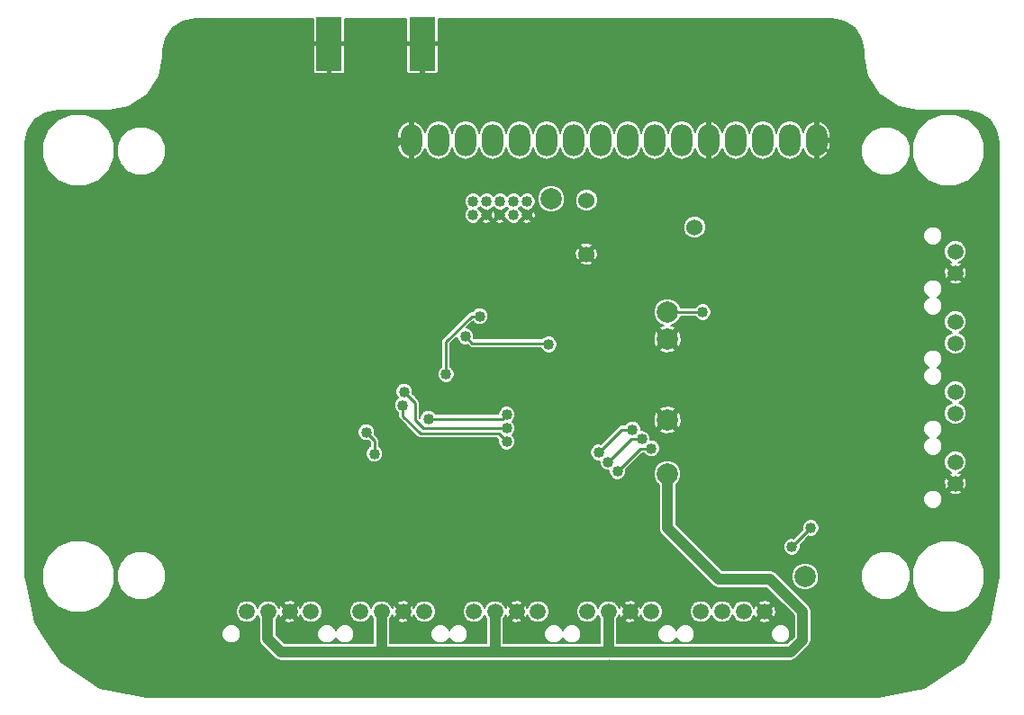
<source format=gbl>
G04 #@! TF.FileFunction,Copper,L2,Bot,Signal*
%FSLAX46Y46*%
G04 Gerber Fmt 4.6, Leading zero omitted, Abs format (unit mm)*
G04 Created by KiCad (PCBNEW 0.201508190901+6103~28~ubuntu14.04.1-product) date Wed 19 Aug 2015 17:15:31 BST*
%MOMM*%
G01*
G04 APERTURE LIST*
%ADD10C,0.100000*%
%ADD11C,2.000000*%
%ADD12C,1.524000*%
%ADD13C,1.500000*%
%ADD14R,2.413000X5.080000*%
%ADD15C,1.016000*%
%ADD16O,2.000000X3.000000*%
%ADD17C,1.270000*%
%ADD18C,0.254000*%
%ADD19C,0.508000*%
%ADD20C,1.016000*%
%ADD21C,0.200000*%
G04 APERTURE END LIST*
D10*
D11*
X193294000Y-95504000D03*
X193294000Y-98044000D03*
X193294000Y-105664000D03*
X193294000Y-110744000D03*
X206248000Y-120396000D03*
X182372000Y-84836000D03*
D12*
X185674000Y-84963000D03*
X185674000Y-90043000D03*
X195834000Y-87503000D03*
D13*
X202438000Y-123698000D03*
X200438000Y-123698000D03*
X198438000Y-123698000D03*
X196438000Y-123698000D03*
X159766000Y-123698000D03*
X157766000Y-123698000D03*
X155766000Y-123698000D03*
X153766000Y-123698000D03*
X170434000Y-123698000D03*
X168434000Y-123698000D03*
X166434000Y-123698000D03*
X164434000Y-123698000D03*
X181102000Y-123698000D03*
X179102000Y-123698000D03*
X177102000Y-123698000D03*
X175102000Y-123698000D03*
X191770000Y-123698000D03*
X189770000Y-123698000D03*
X187770000Y-123698000D03*
X185770000Y-123698000D03*
X220345000Y-91821000D03*
X220345000Y-89821000D03*
X220345000Y-111633000D03*
X220345000Y-109633000D03*
X220345000Y-98425000D03*
X220345000Y-96425000D03*
X220345000Y-105029000D03*
X220345000Y-103029000D03*
D14*
X161480500Y-70231000D03*
X170243500Y-70231000D03*
D15*
X175006000Y-86360000D03*
X175006000Y-85090000D03*
X176276000Y-86360000D03*
X176276000Y-85090000D03*
X177546000Y-86360000D03*
X177546000Y-85090000D03*
X178816000Y-86360000D03*
X178816000Y-85090000D03*
X180086000Y-86360000D03*
X180086000Y-85090000D03*
D16*
X207316000Y-79330000D03*
X204776000Y-79330000D03*
X202236000Y-79330000D03*
X199696000Y-79330000D03*
X197156000Y-79330000D03*
X194616000Y-79330000D03*
X192076000Y-79330000D03*
X189536000Y-79330000D03*
X186996000Y-79330000D03*
X184456000Y-79330000D03*
X181916000Y-79330000D03*
X179376000Y-79330000D03*
X176836000Y-79330000D03*
X174296000Y-79330000D03*
X171756000Y-79330000D03*
X169216000Y-79330000D03*
D15*
X196596000Y-95504000D03*
X185928000Y-107315000D03*
X183261000Y-111506000D03*
X181102000Y-99314000D03*
X202692000Y-114935000D03*
X200787000Y-96901000D03*
X207264000Y-91948000D03*
X204089000Y-106553000D03*
X191008000Y-85598000D03*
X137668000Y-99822000D03*
X137668000Y-111506000D03*
X143510000Y-127000000D03*
D17*
X149733000Y-89852500D03*
D15*
X140970000Y-87630000D03*
X156210000Y-87630000D03*
X151130000Y-82550000D03*
X182880000Y-129540000D03*
X157480000Y-129540000D03*
D17*
X161671000Y-79692500D03*
D15*
X193802000Y-120650000D03*
X222377000Y-103759000D03*
D17*
X172339000Y-70231000D03*
D15*
X203327000Y-71374000D03*
X186563000Y-70231000D03*
X161290000Y-97790000D03*
D17*
X163703000Y-89789000D03*
D15*
X169926000Y-101600000D03*
X159639000Y-105537000D03*
X156210000Y-106680000D03*
X154686000Y-99822000D03*
X157480000Y-99695000D03*
X165100000Y-82550000D03*
X217551000Y-128905000D03*
X209677000Y-130048000D03*
X207645000Y-129921000D03*
X199390000Y-119126000D03*
X172847000Y-111252000D03*
X168275000Y-92456000D03*
D17*
X149733000Y-94234000D03*
X161671000Y-74422000D03*
X170307000Y-73660000D03*
X159258000Y-70231000D03*
D15*
X175641000Y-95885000D03*
X172466000Y-101346000D03*
X178181000Y-106426000D03*
X168529000Y-102997000D03*
X168402000Y-104267000D03*
X178181000Y-107696000D03*
X189992000Y-106553000D03*
X186817000Y-108712000D03*
X190881000Y-107442000D03*
X187706000Y-109601000D03*
X191770000Y-108331000D03*
X188595000Y-110490000D03*
X206756000Y-115824000D03*
X204978000Y-117602000D03*
X178181000Y-105156000D03*
X170815000Y-105537000D03*
X174307500Y-97790000D03*
X182118000Y-98552000D03*
X165735000Y-108839000D03*
X164973000Y-106807000D03*
D18*
X196596000Y-95504000D02*
X193294000Y-95504000D01*
X185928000Y-107315000D02*
X184658000Y-107315000D01*
X183261000Y-108712000D02*
X183261000Y-111506000D01*
X184658000Y-107315000D02*
X183261000Y-108712000D01*
X196723000Y-100965000D02*
X198501000Y-100965000D01*
X207316000Y-79330000D02*
X209550000Y-81564000D01*
X209550000Y-81564000D02*
X207264000Y-91948000D01*
X200787000Y-96901000D02*
X196723000Y-100965000D01*
X198501000Y-100965000D02*
X204089000Y-106553000D01*
X185674000Y-90043000D02*
X187198000Y-88519000D01*
X188087000Y-88519000D02*
X191008000Y-85598000D01*
X187198000Y-88519000D02*
X188087000Y-88519000D01*
X143510000Y-127000000D02*
X146050000Y-129540000D01*
X137668000Y-99822000D02*
X137668000Y-111506000D01*
X149733000Y-89852500D02*
X149733000Y-83947000D01*
X156210000Y-87630000D02*
X140970000Y-87630000D01*
X149733000Y-83947000D02*
X151130000Y-82550000D01*
X146050000Y-129540000D02*
X157480000Y-129540000D01*
D19*
X189770000Y-123698000D02*
X189770000Y-123666000D01*
X189770000Y-123666000D02*
X192786000Y-120650000D01*
X192786000Y-120650000D02*
X193802000Y-120650000D01*
D18*
X220345000Y-111633000D02*
X222377000Y-109601000D01*
X222377000Y-109601000D02*
X222377000Y-103759000D01*
X172339000Y-70231000D02*
X186563000Y-70231000D01*
X161290000Y-97790000D02*
X166116000Y-97790000D01*
X163703000Y-95377000D02*
X161290000Y-97790000D01*
X163703000Y-89789000D02*
X163703000Y-95377000D01*
X166116000Y-97790000D02*
X169926000Y-101600000D01*
X159639000Y-105537000D02*
X157353000Y-105537000D01*
X157353000Y-105537000D02*
X156210000Y-106680000D01*
X169216000Y-79330000D02*
X168320000Y-79330000D01*
X168320000Y-79330000D02*
X165100000Y-82550000D01*
X172466000Y-98298000D02*
X174879000Y-95885000D01*
X172466000Y-101346000D02*
X172466000Y-98806000D01*
X172466000Y-98806000D02*
X172466000Y-98298000D01*
X174879000Y-95885000D02*
X175641000Y-95885000D01*
X170815000Y-106426000D02*
X170307000Y-106426000D01*
X169545000Y-104013000D02*
X168529000Y-102997000D01*
X169545000Y-105664000D02*
X169545000Y-104013000D01*
X170307000Y-106426000D02*
X169545000Y-105664000D01*
X170815000Y-106426000D02*
X178181000Y-106426000D01*
X168402000Y-105283000D02*
X170053000Y-106934000D01*
X168402000Y-105283000D02*
X168402000Y-104267000D01*
X177419000Y-106934000D02*
X178181000Y-107696000D01*
X172974000Y-106934000D02*
X177419000Y-106934000D01*
X170053000Y-106934000D02*
X172974000Y-106934000D01*
X189992000Y-106553000D02*
X188976000Y-106553000D01*
X188976000Y-106553000D02*
X186817000Y-108712000D01*
X190881000Y-107442000D02*
X189865000Y-107442000D01*
X189865000Y-107442000D02*
X187706000Y-109601000D01*
D20*
X198120000Y-120650000D02*
X193294000Y-115824000D01*
X205994000Y-126365000D02*
X204851000Y-127508000D01*
X204851000Y-127508000D02*
X187834000Y-127508000D01*
X187770000Y-127444000D02*
X187834000Y-127508000D01*
X202946000Y-120650000D02*
X205994000Y-123698000D01*
X198120000Y-120650000D02*
X202946000Y-120650000D01*
X205994000Y-123698000D02*
X205994000Y-126365000D01*
X193294000Y-115824000D02*
X193294000Y-110744000D01*
X187770000Y-123698000D02*
X187770000Y-127444000D01*
X187770000Y-127444000D02*
X187706000Y-127508000D01*
X177102000Y-123698000D02*
X177102000Y-127318000D01*
X177102000Y-127318000D02*
X177292000Y-127508000D01*
X166434000Y-123698000D02*
X166434000Y-127190000D01*
X166370000Y-127254000D02*
X166370000Y-127508000D01*
X166434000Y-127190000D02*
X166370000Y-127254000D01*
X155702000Y-126238000D02*
X155702000Y-123698000D01*
X156972000Y-127508000D02*
X155702000Y-126238000D01*
X187706000Y-127508000D02*
X177292000Y-127508000D01*
X177292000Y-127508000D02*
X166370000Y-127508000D01*
X166370000Y-127508000D02*
X156972000Y-127508000D01*
X155702000Y-123698000D02*
X155766000Y-123698000D01*
D18*
X191770000Y-108331000D02*
X190754000Y-108331000D01*
X190754000Y-108331000D02*
X188595000Y-110490000D01*
X204978000Y-117602000D02*
X206756000Y-115824000D01*
X177800000Y-105537000D02*
X178181000Y-105156000D01*
X170815000Y-105537000D02*
X177800000Y-105537000D01*
X170815000Y-105537000D02*
X170942000Y-105410000D01*
X174942500Y-98425000D02*
X174307500Y-97790000D01*
X181991000Y-98425000D02*
X174942500Y-98425000D01*
X182118000Y-98552000D02*
X181991000Y-98425000D01*
X165735000Y-108839000D02*
X165735000Y-107569000D01*
X165735000Y-107569000D02*
X164973000Y-106807000D01*
D21*
G36*
X159974000Y-70006000D02*
X160049000Y-70081000D01*
X161330500Y-70081000D01*
X161330500Y-70061000D01*
X161630500Y-70061000D01*
X161630500Y-70081000D01*
X162912000Y-70081000D01*
X162987000Y-70006000D01*
X162987000Y-67914000D01*
X168737000Y-67914000D01*
X168737000Y-70006000D01*
X168812000Y-70081000D01*
X170093500Y-70081000D01*
X170093500Y-70061000D01*
X170393500Y-70061000D01*
X170393500Y-70081000D01*
X171675000Y-70081000D01*
X171750000Y-70006000D01*
X171750000Y-67914000D01*
X208753527Y-67914000D01*
X209915059Y-68145043D01*
X210870532Y-68783470D01*
X211508957Y-69738942D01*
X211740000Y-70900473D01*
X211740000Y-71374000D01*
X211746725Y-71407809D01*
X211746725Y-71442282D01*
X212114082Y-73289111D01*
X212166342Y-73415279D01*
X212166343Y-73415280D01*
X213212489Y-74980947D01*
X213309053Y-75077511D01*
X214874720Y-76123657D01*
X214874721Y-76123658D01*
X215000888Y-76175918D01*
X216847718Y-76543275D01*
X216882191Y-76543275D01*
X216916000Y-76550000D01*
X221453527Y-76550000D01*
X222615059Y-76781043D01*
X223570532Y-77419470D01*
X224208957Y-78374942D01*
X224440000Y-79536473D01*
X224440000Y-120361527D01*
X223570915Y-124730710D01*
X221115500Y-128405500D01*
X217440710Y-130860915D01*
X213071527Y-131730000D01*
X144306473Y-131730000D01*
X139937290Y-130860915D01*
X136262500Y-128405500D01*
X134639319Y-125976236D01*
X151365844Y-125976236D01*
X151502572Y-126307143D01*
X151755525Y-126560538D01*
X152086194Y-126697843D01*
X152444236Y-126698156D01*
X152775143Y-126561428D01*
X153028538Y-126308475D01*
X153165843Y-125977806D01*
X153166156Y-125619764D01*
X153029428Y-125288857D01*
X152776475Y-125035462D01*
X152445806Y-124898157D01*
X152087764Y-124897844D01*
X151756857Y-125034572D01*
X151503462Y-125287525D01*
X151366157Y-125618194D01*
X151365844Y-125976236D01*
X134639319Y-125976236D01*
X133807085Y-124730710D01*
X133643029Y-123905942D01*
X152715818Y-123905942D01*
X152875334Y-124292000D01*
X153170446Y-124587628D01*
X153556226Y-124747818D01*
X153973942Y-124748182D01*
X154360000Y-124588666D01*
X154655628Y-124293554D01*
X154766074Y-124027571D01*
X154875334Y-124292000D01*
X154894000Y-124310699D01*
X154894000Y-126238000D01*
X154955505Y-126547209D01*
X155130658Y-126809342D01*
X156400658Y-128079342D01*
X156662791Y-128254495D01*
X156714092Y-128264699D01*
X156972000Y-128316000D01*
X187706000Y-128316000D01*
X187770000Y-128303270D01*
X187834000Y-128316000D01*
X204851000Y-128316000D01*
X205160209Y-128254495D01*
X205422342Y-128079342D01*
X206565342Y-126936342D01*
X206740495Y-126674209D01*
X206802000Y-126365000D01*
X206802000Y-123698000D01*
X206740495Y-123388792D01*
X206740495Y-123388791D01*
X206565342Y-123126658D01*
X204092136Y-120653452D01*
X204947774Y-120653452D01*
X205145271Y-121131429D01*
X205510647Y-121497444D01*
X205988279Y-121695774D01*
X206505452Y-121696226D01*
X206983429Y-121498729D01*
X207349444Y-121133353D01*
X207493888Y-120785491D01*
X211515601Y-120785491D01*
X211865018Y-121631143D01*
X212511453Y-122278708D01*
X213356495Y-122629600D01*
X214271491Y-122630399D01*
X215117143Y-122280982D01*
X215764708Y-121634547D01*
X215999404Y-121069335D01*
X216309411Y-121069335D01*
X216825940Y-122319429D01*
X217781540Y-123276699D01*
X219030731Y-123795409D01*
X220383335Y-123796589D01*
X221633429Y-123280060D01*
X222590699Y-122324460D01*
X223109409Y-121075269D01*
X223110589Y-119722665D01*
X222594060Y-118472571D01*
X221638460Y-117515301D01*
X220389269Y-116996591D01*
X219036665Y-116995411D01*
X217786571Y-117511940D01*
X216829301Y-118467540D01*
X216310591Y-119716731D01*
X216309411Y-121069335D01*
X215999404Y-121069335D01*
X216115600Y-120789505D01*
X216116399Y-119874509D01*
X215766982Y-119028857D01*
X215120547Y-118381292D01*
X214275505Y-118030400D01*
X213360509Y-118029601D01*
X212514857Y-118379018D01*
X211867292Y-119025453D01*
X211516400Y-119870495D01*
X211515601Y-120785491D01*
X207493888Y-120785491D01*
X207547774Y-120655721D01*
X207548226Y-120138548D01*
X207350729Y-119660571D01*
X206985353Y-119294556D01*
X206507721Y-119096226D01*
X205990548Y-119095774D01*
X205512571Y-119293271D01*
X205146556Y-119658647D01*
X204948226Y-120136279D01*
X204947774Y-120653452D01*
X204092136Y-120653452D01*
X203517342Y-120078658D01*
X203255209Y-119903505D01*
X202946000Y-119842000D01*
X198454685Y-119842000D01*
X196374701Y-117762016D01*
X204169860Y-117762016D01*
X204292611Y-118059097D01*
X204519707Y-118286590D01*
X204816574Y-118409860D01*
X205138016Y-118410140D01*
X205435097Y-118287389D01*
X205662590Y-118060293D01*
X205785860Y-117763426D01*
X205786140Y-117441984D01*
X205773201Y-117410669D01*
X206564498Y-116619371D01*
X206594574Y-116631860D01*
X206916016Y-116632140D01*
X207213097Y-116509389D01*
X207440590Y-116282293D01*
X207563860Y-115985426D01*
X207564140Y-115663984D01*
X207441389Y-115366903D01*
X207214293Y-115139410D01*
X206917426Y-115016140D01*
X206595984Y-115015860D01*
X206298903Y-115138611D01*
X206071410Y-115365707D01*
X205948140Y-115662574D01*
X205947860Y-115984016D01*
X205960799Y-116015331D01*
X205169502Y-116806629D01*
X205139426Y-116794140D01*
X204817984Y-116793860D01*
X204520903Y-116916611D01*
X204293410Y-117143707D01*
X204170140Y-117440574D01*
X204169860Y-117762016D01*
X196374701Y-117762016D01*
X194102000Y-115489316D01*
X194102000Y-113311236D01*
X217344844Y-113311236D01*
X217481572Y-113642143D01*
X217734525Y-113895538D01*
X218065194Y-114032843D01*
X218423236Y-114033156D01*
X218754143Y-113896428D01*
X219007538Y-113643475D01*
X219144843Y-113312806D01*
X219145156Y-112954764D01*
X219008428Y-112623857D01*
X218822293Y-112437396D01*
X219758393Y-112437396D01*
X219846867Y-112580621D01*
X220247424Y-112699116D01*
X220662837Y-112655303D01*
X220843133Y-112580621D01*
X220931607Y-112437396D01*
X220345000Y-111850789D01*
X219758393Y-112437396D01*
X218822293Y-112437396D01*
X218755475Y-112370462D01*
X218424806Y-112233157D01*
X218066764Y-112232844D01*
X217735857Y-112369572D01*
X217482462Y-112622525D01*
X217345157Y-112953194D01*
X217344844Y-113311236D01*
X194102000Y-113311236D01*
X194102000Y-111774285D01*
X194341278Y-111535424D01*
X219278884Y-111535424D01*
X219322697Y-111950837D01*
X219397379Y-112131133D01*
X219540604Y-112219607D01*
X220127211Y-111633000D01*
X220562789Y-111633000D01*
X221149396Y-112219607D01*
X221292621Y-112131133D01*
X221411116Y-111730576D01*
X221367303Y-111315163D01*
X221292621Y-111134867D01*
X221149396Y-111046393D01*
X220562789Y-111633000D01*
X220127211Y-111633000D01*
X219540604Y-111046393D01*
X219397379Y-111134867D01*
X219278884Y-111535424D01*
X194341278Y-111535424D01*
X194395444Y-111481353D01*
X194593774Y-111003721D01*
X194594226Y-110486548D01*
X194396729Y-110008571D01*
X194229393Y-109840942D01*
X219294818Y-109840942D01*
X219454334Y-110227000D01*
X219749446Y-110522628D01*
X219994311Y-110624305D01*
X219846867Y-110685379D01*
X219758393Y-110828604D01*
X220345000Y-111415211D01*
X220931607Y-110828604D01*
X220843133Y-110685379D01*
X220670921Y-110634434D01*
X220939000Y-110523666D01*
X221234628Y-110228554D01*
X221394818Y-109842774D01*
X221395182Y-109425058D01*
X221235666Y-109039000D01*
X220940554Y-108743372D01*
X220554774Y-108583182D01*
X220137058Y-108582818D01*
X219751000Y-108742334D01*
X219455372Y-109037446D01*
X219295182Y-109423226D01*
X219294818Y-109840942D01*
X194229393Y-109840942D01*
X194031353Y-109642556D01*
X193553721Y-109444226D01*
X193036548Y-109443774D01*
X192558571Y-109641271D01*
X192192556Y-110006647D01*
X191994226Y-110484279D01*
X191993774Y-111001452D01*
X192191271Y-111479429D01*
X192486000Y-111774673D01*
X192486000Y-115824000D01*
X192547505Y-116133209D01*
X192722658Y-116395342D01*
X197548658Y-121221343D01*
X197810792Y-121396495D01*
X198120000Y-121458000D01*
X202611316Y-121458000D01*
X205186000Y-124032684D01*
X205186000Y-126030316D01*
X204516316Y-126700000D01*
X188578000Y-126700000D01*
X188578000Y-125976236D01*
X192369844Y-125976236D01*
X192506572Y-126307143D01*
X192759525Y-126560538D01*
X193090194Y-126697843D01*
X193448236Y-126698156D01*
X193779143Y-126561428D01*
X194032538Y-126308475D01*
X194104006Y-126136360D01*
X194174572Y-126307143D01*
X194427525Y-126560538D01*
X194758194Y-126697843D01*
X195116236Y-126698156D01*
X195447143Y-126561428D01*
X195700538Y-126308475D01*
X195837843Y-125977806D01*
X195837844Y-125976236D01*
X203037844Y-125976236D01*
X203174572Y-126307143D01*
X203427525Y-126560538D01*
X203758194Y-126697843D01*
X204116236Y-126698156D01*
X204447143Y-126561428D01*
X204700538Y-126308475D01*
X204837843Y-125977806D01*
X204838156Y-125619764D01*
X204701428Y-125288857D01*
X204448475Y-125035462D01*
X204117806Y-124898157D01*
X203759764Y-124897844D01*
X203428857Y-125034572D01*
X203175462Y-125287525D01*
X203038157Y-125618194D01*
X203037844Y-125976236D01*
X195837844Y-125976236D01*
X195838156Y-125619764D01*
X195701428Y-125288857D01*
X195448475Y-125035462D01*
X195117806Y-124898157D01*
X194759764Y-124897844D01*
X194428857Y-125034572D01*
X194175462Y-125287525D01*
X194103994Y-125459640D01*
X194033428Y-125288857D01*
X193780475Y-125035462D01*
X193449806Y-124898157D01*
X193091764Y-124897844D01*
X192760857Y-125034572D01*
X192507462Y-125287525D01*
X192370157Y-125618194D01*
X192369844Y-125976236D01*
X188578000Y-125976236D01*
X188578000Y-124502396D01*
X189183393Y-124502396D01*
X189271867Y-124645621D01*
X189672424Y-124764116D01*
X190087837Y-124720303D01*
X190268133Y-124645621D01*
X190356607Y-124502396D01*
X189770000Y-123915789D01*
X189183393Y-124502396D01*
X188578000Y-124502396D01*
X188578000Y-124375040D01*
X188659628Y-124293554D01*
X188761305Y-124048689D01*
X188822379Y-124196133D01*
X188965604Y-124284607D01*
X189552211Y-123698000D01*
X189987789Y-123698000D01*
X190574396Y-124284607D01*
X190717621Y-124196133D01*
X190768566Y-124023921D01*
X190879334Y-124292000D01*
X191174446Y-124587628D01*
X191560226Y-124747818D01*
X191977942Y-124748182D01*
X192364000Y-124588666D01*
X192659628Y-124293554D01*
X192819818Y-123907774D01*
X192819819Y-123905942D01*
X195387818Y-123905942D01*
X195547334Y-124292000D01*
X195842446Y-124587628D01*
X196228226Y-124747818D01*
X196645942Y-124748182D01*
X197032000Y-124588666D01*
X197327628Y-124293554D01*
X197438074Y-124027571D01*
X197547334Y-124292000D01*
X197842446Y-124587628D01*
X198228226Y-124747818D01*
X198645942Y-124748182D01*
X199032000Y-124588666D01*
X199327628Y-124293554D01*
X199438074Y-124027571D01*
X199547334Y-124292000D01*
X199842446Y-124587628D01*
X200228226Y-124747818D01*
X200645942Y-124748182D01*
X201032000Y-124588666D01*
X201118420Y-124502396D01*
X201851393Y-124502396D01*
X201939867Y-124645621D01*
X202340424Y-124764116D01*
X202755837Y-124720303D01*
X202936133Y-124645621D01*
X203024607Y-124502396D01*
X202438000Y-123915789D01*
X201851393Y-124502396D01*
X201118420Y-124502396D01*
X201327628Y-124293554D01*
X201429305Y-124048689D01*
X201490379Y-124196133D01*
X201633604Y-124284607D01*
X202220211Y-123698000D01*
X202655789Y-123698000D01*
X203242396Y-124284607D01*
X203385621Y-124196133D01*
X203504116Y-123795576D01*
X203460303Y-123380163D01*
X203385621Y-123199867D01*
X203242396Y-123111393D01*
X202655789Y-123698000D01*
X202220211Y-123698000D01*
X201633604Y-123111393D01*
X201490379Y-123199867D01*
X201439434Y-123372079D01*
X201328666Y-123104000D01*
X201118638Y-122893604D01*
X201851393Y-122893604D01*
X202438000Y-123480211D01*
X203024607Y-122893604D01*
X202936133Y-122750379D01*
X202535576Y-122631884D01*
X202120163Y-122675697D01*
X201939867Y-122750379D01*
X201851393Y-122893604D01*
X201118638Y-122893604D01*
X201033554Y-122808372D01*
X200647774Y-122648182D01*
X200230058Y-122647818D01*
X199844000Y-122807334D01*
X199548372Y-123102446D01*
X199437926Y-123368429D01*
X199328666Y-123104000D01*
X199033554Y-122808372D01*
X198647774Y-122648182D01*
X198230058Y-122647818D01*
X197844000Y-122807334D01*
X197548372Y-123102446D01*
X197437926Y-123368429D01*
X197328666Y-123104000D01*
X197033554Y-122808372D01*
X196647774Y-122648182D01*
X196230058Y-122647818D01*
X195844000Y-122807334D01*
X195548372Y-123102446D01*
X195388182Y-123488226D01*
X195387818Y-123905942D01*
X192819819Y-123905942D01*
X192820182Y-123490058D01*
X192660666Y-123104000D01*
X192365554Y-122808372D01*
X191979774Y-122648182D01*
X191562058Y-122647818D01*
X191176000Y-122807334D01*
X190880372Y-123102446D01*
X190778695Y-123347311D01*
X190717621Y-123199867D01*
X190574396Y-123111393D01*
X189987789Y-123698000D01*
X189552211Y-123698000D01*
X188965604Y-123111393D01*
X188822379Y-123199867D01*
X188771434Y-123372079D01*
X188660666Y-123104000D01*
X188450638Y-122893604D01*
X189183393Y-122893604D01*
X189770000Y-123480211D01*
X190356607Y-122893604D01*
X190268133Y-122750379D01*
X189867576Y-122631884D01*
X189452163Y-122675697D01*
X189271867Y-122750379D01*
X189183393Y-122893604D01*
X188450638Y-122893604D01*
X188365554Y-122808372D01*
X187979774Y-122648182D01*
X187562058Y-122647818D01*
X187176000Y-122807334D01*
X186880372Y-123102446D01*
X186769926Y-123368429D01*
X186660666Y-123104000D01*
X186365554Y-122808372D01*
X185979774Y-122648182D01*
X185562058Y-122647818D01*
X185176000Y-122807334D01*
X184880372Y-123102446D01*
X184720182Y-123488226D01*
X184719818Y-123905942D01*
X184879334Y-124292000D01*
X185174446Y-124587628D01*
X185560226Y-124747818D01*
X185977942Y-124748182D01*
X186364000Y-124588666D01*
X186659628Y-124293554D01*
X186770074Y-124027571D01*
X186879334Y-124292000D01*
X186962000Y-124374811D01*
X186962000Y-126700000D01*
X177910000Y-126700000D01*
X177910000Y-125976236D01*
X181701844Y-125976236D01*
X181838572Y-126307143D01*
X182091525Y-126560538D01*
X182422194Y-126697843D01*
X182780236Y-126698156D01*
X183111143Y-126561428D01*
X183364538Y-126308475D01*
X183436006Y-126136360D01*
X183506572Y-126307143D01*
X183759525Y-126560538D01*
X184090194Y-126697843D01*
X184448236Y-126698156D01*
X184779143Y-126561428D01*
X185032538Y-126308475D01*
X185169843Y-125977806D01*
X185170156Y-125619764D01*
X185033428Y-125288857D01*
X184780475Y-125035462D01*
X184449806Y-124898157D01*
X184091764Y-124897844D01*
X183760857Y-125034572D01*
X183507462Y-125287525D01*
X183435994Y-125459640D01*
X183365428Y-125288857D01*
X183112475Y-125035462D01*
X182781806Y-124898157D01*
X182423764Y-124897844D01*
X182092857Y-125034572D01*
X181839462Y-125287525D01*
X181702157Y-125618194D01*
X181701844Y-125976236D01*
X177910000Y-125976236D01*
X177910000Y-124502396D01*
X178515393Y-124502396D01*
X178603867Y-124645621D01*
X179004424Y-124764116D01*
X179419837Y-124720303D01*
X179600133Y-124645621D01*
X179688607Y-124502396D01*
X179102000Y-123915789D01*
X178515393Y-124502396D01*
X177910000Y-124502396D01*
X177910000Y-124375040D01*
X177991628Y-124293554D01*
X178093305Y-124048689D01*
X178154379Y-124196133D01*
X178297604Y-124284607D01*
X178884211Y-123698000D01*
X179319789Y-123698000D01*
X179906396Y-124284607D01*
X180049621Y-124196133D01*
X180100566Y-124023921D01*
X180211334Y-124292000D01*
X180506446Y-124587628D01*
X180892226Y-124747818D01*
X181309942Y-124748182D01*
X181696000Y-124588666D01*
X181991628Y-124293554D01*
X182151818Y-123907774D01*
X182152182Y-123490058D01*
X181992666Y-123104000D01*
X181697554Y-122808372D01*
X181311774Y-122648182D01*
X180894058Y-122647818D01*
X180508000Y-122807334D01*
X180212372Y-123102446D01*
X180110695Y-123347311D01*
X180049621Y-123199867D01*
X179906396Y-123111393D01*
X179319789Y-123698000D01*
X178884211Y-123698000D01*
X178297604Y-123111393D01*
X178154379Y-123199867D01*
X178103434Y-123372079D01*
X177992666Y-123104000D01*
X177782638Y-122893604D01*
X178515393Y-122893604D01*
X179102000Y-123480211D01*
X179688607Y-122893604D01*
X179600133Y-122750379D01*
X179199576Y-122631884D01*
X178784163Y-122675697D01*
X178603867Y-122750379D01*
X178515393Y-122893604D01*
X177782638Y-122893604D01*
X177697554Y-122808372D01*
X177311774Y-122648182D01*
X176894058Y-122647818D01*
X176508000Y-122807334D01*
X176212372Y-123102446D01*
X176101926Y-123368429D01*
X175992666Y-123104000D01*
X175697554Y-122808372D01*
X175311774Y-122648182D01*
X174894058Y-122647818D01*
X174508000Y-122807334D01*
X174212372Y-123102446D01*
X174052182Y-123488226D01*
X174051818Y-123905942D01*
X174211334Y-124292000D01*
X174506446Y-124587628D01*
X174892226Y-124747818D01*
X175309942Y-124748182D01*
X175696000Y-124588666D01*
X175991628Y-124293554D01*
X176102074Y-124027571D01*
X176211334Y-124292000D01*
X176294000Y-124374811D01*
X176294000Y-126700000D01*
X167242000Y-126700000D01*
X167242000Y-125976236D01*
X171033844Y-125976236D01*
X171170572Y-126307143D01*
X171423525Y-126560538D01*
X171754194Y-126697843D01*
X172112236Y-126698156D01*
X172443143Y-126561428D01*
X172696538Y-126308475D01*
X172768006Y-126136360D01*
X172838572Y-126307143D01*
X173091525Y-126560538D01*
X173422194Y-126697843D01*
X173780236Y-126698156D01*
X174111143Y-126561428D01*
X174364538Y-126308475D01*
X174501843Y-125977806D01*
X174502156Y-125619764D01*
X174365428Y-125288857D01*
X174112475Y-125035462D01*
X173781806Y-124898157D01*
X173423764Y-124897844D01*
X173092857Y-125034572D01*
X172839462Y-125287525D01*
X172767994Y-125459640D01*
X172697428Y-125288857D01*
X172444475Y-125035462D01*
X172113806Y-124898157D01*
X171755764Y-124897844D01*
X171424857Y-125034572D01*
X171171462Y-125287525D01*
X171034157Y-125618194D01*
X171033844Y-125976236D01*
X167242000Y-125976236D01*
X167242000Y-124502396D01*
X167847393Y-124502396D01*
X167935867Y-124645621D01*
X168336424Y-124764116D01*
X168751837Y-124720303D01*
X168932133Y-124645621D01*
X169020607Y-124502396D01*
X168434000Y-123915789D01*
X167847393Y-124502396D01*
X167242000Y-124502396D01*
X167242000Y-124375040D01*
X167323628Y-124293554D01*
X167425305Y-124048689D01*
X167486379Y-124196133D01*
X167629604Y-124284607D01*
X168216211Y-123698000D01*
X168651789Y-123698000D01*
X169238396Y-124284607D01*
X169381621Y-124196133D01*
X169432566Y-124023921D01*
X169543334Y-124292000D01*
X169838446Y-124587628D01*
X170224226Y-124747818D01*
X170641942Y-124748182D01*
X171028000Y-124588666D01*
X171323628Y-124293554D01*
X171483818Y-123907774D01*
X171484182Y-123490058D01*
X171324666Y-123104000D01*
X171029554Y-122808372D01*
X170643774Y-122648182D01*
X170226058Y-122647818D01*
X169840000Y-122807334D01*
X169544372Y-123102446D01*
X169442695Y-123347311D01*
X169381621Y-123199867D01*
X169238396Y-123111393D01*
X168651789Y-123698000D01*
X168216211Y-123698000D01*
X167629604Y-123111393D01*
X167486379Y-123199867D01*
X167435434Y-123372079D01*
X167324666Y-123104000D01*
X167114638Y-122893604D01*
X167847393Y-122893604D01*
X168434000Y-123480211D01*
X169020607Y-122893604D01*
X168932133Y-122750379D01*
X168531576Y-122631884D01*
X168116163Y-122675697D01*
X167935867Y-122750379D01*
X167847393Y-122893604D01*
X167114638Y-122893604D01*
X167029554Y-122808372D01*
X166643774Y-122648182D01*
X166226058Y-122647818D01*
X165840000Y-122807334D01*
X165544372Y-123102446D01*
X165433926Y-123368429D01*
X165324666Y-123104000D01*
X165029554Y-122808372D01*
X164643774Y-122648182D01*
X164226058Y-122647818D01*
X163840000Y-122807334D01*
X163544372Y-123102446D01*
X163384182Y-123488226D01*
X163383818Y-123905942D01*
X163543334Y-124292000D01*
X163838446Y-124587628D01*
X164224226Y-124747818D01*
X164641942Y-124748182D01*
X165028000Y-124588666D01*
X165323628Y-124293554D01*
X165434074Y-124027571D01*
X165543334Y-124292000D01*
X165626000Y-124374811D01*
X165626000Y-126700000D01*
X157306684Y-126700000D01*
X156582920Y-125976236D01*
X160365844Y-125976236D01*
X160502572Y-126307143D01*
X160755525Y-126560538D01*
X161086194Y-126697843D01*
X161444236Y-126698156D01*
X161775143Y-126561428D01*
X162028538Y-126308475D01*
X162100006Y-126136360D01*
X162170572Y-126307143D01*
X162423525Y-126560538D01*
X162754194Y-126697843D01*
X163112236Y-126698156D01*
X163443143Y-126561428D01*
X163696538Y-126308475D01*
X163833843Y-125977806D01*
X163834156Y-125619764D01*
X163697428Y-125288857D01*
X163444475Y-125035462D01*
X163113806Y-124898157D01*
X162755764Y-124897844D01*
X162424857Y-125034572D01*
X162171462Y-125287525D01*
X162099994Y-125459640D01*
X162029428Y-125288857D01*
X161776475Y-125035462D01*
X161445806Y-124898157D01*
X161087764Y-124897844D01*
X160756857Y-125034572D01*
X160503462Y-125287525D01*
X160366157Y-125618194D01*
X160365844Y-125976236D01*
X156582920Y-125976236D01*
X156510000Y-125903316D01*
X156510000Y-124502396D01*
X157179393Y-124502396D01*
X157267867Y-124645621D01*
X157668424Y-124764116D01*
X158083837Y-124720303D01*
X158264133Y-124645621D01*
X158352607Y-124502396D01*
X157766000Y-123915789D01*
X157179393Y-124502396D01*
X156510000Y-124502396D01*
X156510000Y-124438928D01*
X156655628Y-124293554D01*
X156757305Y-124048689D01*
X156818379Y-124196133D01*
X156961604Y-124284607D01*
X157548211Y-123698000D01*
X157983789Y-123698000D01*
X158570396Y-124284607D01*
X158713621Y-124196133D01*
X158764566Y-124023921D01*
X158875334Y-124292000D01*
X159170446Y-124587628D01*
X159556226Y-124747818D01*
X159973942Y-124748182D01*
X160360000Y-124588666D01*
X160655628Y-124293554D01*
X160815818Y-123907774D01*
X160816182Y-123490058D01*
X160656666Y-123104000D01*
X160361554Y-122808372D01*
X159975774Y-122648182D01*
X159558058Y-122647818D01*
X159172000Y-122807334D01*
X158876372Y-123102446D01*
X158774695Y-123347311D01*
X158713621Y-123199867D01*
X158570396Y-123111393D01*
X157983789Y-123698000D01*
X157548211Y-123698000D01*
X156961604Y-123111393D01*
X156818379Y-123199867D01*
X156767434Y-123372079D01*
X156656666Y-123104000D01*
X156446638Y-122893604D01*
X157179393Y-122893604D01*
X157766000Y-123480211D01*
X158352607Y-122893604D01*
X158264133Y-122750379D01*
X157863576Y-122631884D01*
X157448163Y-122675697D01*
X157267867Y-122750379D01*
X157179393Y-122893604D01*
X156446638Y-122893604D01*
X156361554Y-122808372D01*
X155975774Y-122648182D01*
X155558058Y-122647818D01*
X155172000Y-122807334D01*
X154876372Y-123102446D01*
X154765926Y-123368429D01*
X154656666Y-123104000D01*
X154361554Y-122808372D01*
X153975774Y-122648182D01*
X153558058Y-122647818D01*
X153172000Y-122807334D01*
X152876372Y-123102446D01*
X152716182Y-123488226D01*
X152715818Y-123905942D01*
X133643029Y-123905942D01*
X133078792Y-121069335D01*
X134521411Y-121069335D01*
X135037940Y-122319429D01*
X135993540Y-123276699D01*
X137242731Y-123795409D01*
X138595335Y-123796589D01*
X139845429Y-123280060D01*
X140802699Y-122324460D01*
X141321409Y-121075269D01*
X141321661Y-120785491D01*
X141515601Y-120785491D01*
X141865018Y-121631143D01*
X142511453Y-122278708D01*
X143356495Y-122629600D01*
X144271491Y-122630399D01*
X145117143Y-122280982D01*
X145764708Y-121634547D01*
X146115600Y-120789505D01*
X146116399Y-119874509D01*
X145766982Y-119028857D01*
X145120547Y-118381292D01*
X144275505Y-118030400D01*
X143360509Y-118029601D01*
X142514857Y-118379018D01*
X141867292Y-119025453D01*
X141516400Y-119870495D01*
X141515601Y-120785491D01*
X141321661Y-120785491D01*
X141322589Y-119722665D01*
X140806060Y-118472571D01*
X139850460Y-117515301D01*
X138601269Y-116996591D01*
X137248665Y-116995411D01*
X135998571Y-117511940D01*
X135041301Y-118467540D01*
X134522591Y-119716731D01*
X134521411Y-121069335D01*
X133078792Y-121069335D01*
X132938000Y-120361527D01*
X132938000Y-106967016D01*
X164164860Y-106967016D01*
X164287611Y-107264097D01*
X164514707Y-107491590D01*
X164811574Y-107614860D01*
X165133016Y-107615140D01*
X165164331Y-107602201D01*
X165308000Y-107745869D01*
X165308000Y-108141175D01*
X165277903Y-108153611D01*
X165050410Y-108380707D01*
X164927140Y-108677574D01*
X164926860Y-108999016D01*
X165049611Y-109296097D01*
X165276707Y-109523590D01*
X165573574Y-109646860D01*
X165895016Y-109647140D01*
X166192097Y-109524389D01*
X166419590Y-109297293D01*
X166542860Y-109000426D01*
X166542971Y-108872016D01*
X186008860Y-108872016D01*
X186131611Y-109169097D01*
X186358707Y-109396590D01*
X186655574Y-109519860D01*
X186898070Y-109520071D01*
X186897860Y-109761016D01*
X187020611Y-110058097D01*
X187247707Y-110285590D01*
X187544574Y-110408860D01*
X187787070Y-110409071D01*
X187786860Y-110650016D01*
X187909611Y-110947097D01*
X188136707Y-111174590D01*
X188433574Y-111297860D01*
X188755016Y-111298140D01*
X189052097Y-111175389D01*
X189279590Y-110948293D01*
X189402860Y-110651426D01*
X189403140Y-110329984D01*
X189390201Y-110298669D01*
X190930870Y-108758000D01*
X191072175Y-108758000D01*
X191084611Y-108788097D01*
X191311707Y-109015590D01*
X191608574Y-109138860D01*
X191930016Y-109139140D01*
X192227097Y-109016389D01*
X192454590Y-108789293D01*
X192577860Y-108492426D01*
X192578140Y-108170984D01*
X192455389Y-107873903D01*
X192228293Y-107646410D01*
X191931426Y-107523140D01*
X191688930Y-107522929D01*
X191689140Y-107281984D01*
X191566389Y-106984903D01*
X191339293Y-106757410D01*
X191081534Y-106650379D01*
X192525410Y-106650379D01*
X192644774Y-106819584D01*
X193136416Y-106980068D01*
X193652048Y-106940193D01*
X193943226Y-106819584D01*
X194022480Y-106707236D01*
X217344844Y-106707236D01*
X217481572Y-107038143D01*
X217734525Y-107291538D01*
X217829385Y-107330927D01*
X217735857Y-107369572D01*
X217482462Y-107622525D01*
X217345157Y-107953194D01*
X217344844Y-108311236D01*
X217481572Y-108642143D01*
X217734525Y-108895538D01*
X218065194Y-109032843D01*
X218423236Y-109033156D01*
X218754143Y-108896428D01*
X219007538Y-108643475D01*
X219144843Y-108312806D01*
X219145156Y-107954764D01*
X219008428Y-107623857D01*
X218755475Y-107370462D01*
X218660615Y-107331073D01*
X218754143Y-107292428D01*
X219007538Y-107039475D01*
X219144843Y-106708806D01*
X219145156Y-106350764D01*
X219008428Y-106019857D01*
X218755475Y-105766462D01*
X218424806Y-105629157D01*
X218066764Y-105628844D01*
X217735857Y-105765572D01*
X217482462Y-106018525D01*
X217345157Y-106349194D01*
X217344844Y-106707236D01*
X194022480Y-106707236D01*
X194062590Y-106650379D01*
X193294000Y-105881789D01*
X192525410Y-106650379D01*
X191081534Y-106650379D01*
X191042426Y-106634140D01*
X190799930Y-106633929D01*
X190800140Y-106392984D01*
X190677389Y-106095903D01*
X190450293Y-105868410D01*
X190153426Y-105745140D01*
X189831984Y-105744860D01*
X189534903Y-105867611D01*
X189307410Y-106094707D01*
X189294416Y-106126000D01*
X188976005Y-106126000D01*
X188976000Y-106125999D01*
X188812594Y-106158503D01*
X188674065Y-106251065D01*
X187008502Y-107916628D01*
X186978426Y-107904140D01*
X186656984Y-107903860D01*
X186359903Y-108026611D01*
X186132410Y-108253707D01*
X186009140Y-108550574D01*
X186008860Y-108872016D01*
X166542971Y-108872016D01*
X166543140Y-108678984D01*
X166420389Y-108381903D01*
X166193293Y-108154410D01*
X166162000Y-108141416D01*
X166162000Y-107569005D01*
X166162001Y-107569000D01*
X166129497Y-107405594D01*
X166121794Y-107394066D01*
X166036935Y-107267065D01*
X166036932Y-107267063D01*
X165768371Y-106998502D01*
X165780860Y-106968426D01*
X165781140Y-106646984D01*
X165658389Y-106349903D01*
X165431293Y-106122410D01*
X165134426Y-105999140D01*
X164812984Y-105998860D01*
X164515903Y-106121611D01*
X164288410Y-106348707D01*
X164165140Y-106645574D01*
X164164860Y-106967016D01*
X132938000Y-106967016D01*
X132938000Y-104427016D01*
X167593860Y-104427016D01*
X167716611Y-104724097D01*
X167943707Y-104951590D01*
X167975000Y-104964584D01*
X167975000Y-105282995D01*
X167974999Y-105283000D01*
X168007503Y-105446406D01*
X168100065Y-105584935D01*
X169751063Y-107235932D01*
X169751065Y-107235935D01*
X169834281Y-107291538D01*
X169889594Y-107328497D01*
X170053000Y-107361001D01*
X170053005Y-107361000D01*
X177242130Y-107361000D01*
X177385629Y-107504498D01*
X177373140Y-107534574D01*
X177372860Y-107856016D01*
X177495611Y-108153097D01*
X177722707Y-108380590D01*
X178019574Y-108503860D01*
X178341016Y-108504140D01*
X178638097Y-108381389D01*
X178865590Y-108154293D01*
X178988860Y-107857426D01*
X178989140Y-107535984D01*
X178866389Y-107238903D01*
X178688685Y-107060889D01*
X178865590Y-106884293D01*
X178988860Y-106587426D01*
X178989140Y-106265984D01*
X178866389Y-105968903D01*
X178688685Y-105790889D01*
X178865590Y-105614293D01*
X178910384Y-105506416D01*
X191977932Y-105506416D01*
X192017807Y-106022048D01*
X192138416Y-106313226D01*
X192307621Y-106432590D01*
X193076211Y-105664000D01*
X193511789Y-105664000D01*
X194280379Y-106432590D01*
X194449584Y-106313226D01*
X194610068Y-105821584D01*
X194570193Y-105305952D01*
X194449584Y-105014774D01*
X194280379Y-104895410D01*
X193511789Y-105664000D01*
X193076211Y-105664000D01*
X192307621Y-104895410D01*
X192138416Y-105014774D01*
X191977932Y-105506416D01*
X178910384Y-105506416D01*
X178988860Y-105317426D01*
X178989140Y-104995984D01*
X178866389Y-104698903D01*
X178845145Y-104677621D01*
X192525410Y-104677621D01*
X193294000Y-105446211D01*
X194062590Y-104677621D01*
X193943226Y-104508416D01*
X193451584Y-104347932D01*
X192935952Y-104387807D01*
X192644774Y-104508416D01*
X192525410Y-104677621D01*
X178845145Y-104677621D01*
X178639293Y-104471410D01*
X178342426Y-104348140D01*
X178020984Y-104347860D01*
X177723903Y-104470611D01*
X177496410Y-104697707D01*
X177373140Y-104994574D01*
X177373039Y-105110000D01*
X171512825Y-105110000D01*
X171500389Y-105079903D01*
X171273293Y-104852410D01*
X170976426Y-104729140D01*
X170654984Y-104728860D01*
X170357903Y-104851611D01*
X170130410Y-105078707D01*
X170007140Y-105375574D01*
X170007012Y-105522143D01*
X169972000Y-105487130D01*
X169972000Y-104013005D01*
X169972001Y-104013000D01*
X169939497Y-103849594D01*
X169846935Y-103711065D01*
X169372812Y-103236942D01*
X219294818Y-103236942D01*
X219454334Y-103623000D01*
X219749446Y-103918628D01*
X220015429Y-104029074D01*
X219751000Y-104138334D01*
X219455372Y-104433446D01*
X219295182Y-104819226D01*
X219294818Y-105236942D01*
X219454334Y-105623000D01*
X219749446Y-105918628D01*
X220135226Y-106078818D01*
X220552942Y-106079182D01*
X220939000Y-105919666D01*
X221234628Y-105624554D01*
X221394818Y-105238774D01*
X221395182Y-104821058D01*
X221235666Y-104435000D01*
X220940554Y-104139372D01*
X220674571Y-104028926D01*
X220939000Y-103919666D01*
X221234628Y-103624554D01*
X221394818Y-103238774D01*
X221395182Y-102821058D01*
X221235666Y-102435000D01*
X220940554Y-102139372D01*
X220554774Y-101979182D01*
X220137058Y-101978818D01*
X219751000Y-102138334D01*
X219455372Y-102433446D01*
X219295182Y-102819226D01*
X219294818Y-103236942D01*
X169372812Y-103236942D01*
X169324372Y-103188502D01*
X169336860Y-103158426D01*
X169337140Y-102836984D01*
X169214389Y-102539903D01*
X168987293Y-102312410D01*
X168690426Y-102189140D01*
X168368984Y-102188860D01*
X168071903Y-102311611D01*
X167844410Y-102538707D01*
X167721140Y-102835574D01*
X167720860Y-103157016D01*
X167843611Y-103454097D01*
X167963310Y-103574005D01*
X167944903Y-103581611D01*
X167717410Y-103808707D01*
X167594140Y-104105574D01*
X167593860Y-104427016D01*
X132938000Y-104427016D01*
X132938000Y-101506016D01*
X171657860Y-101506016D01*
X171780611Y-101803097D01*
X172007707Y-102030590D01*
X172304574Y-102153860D01*
X172626016Y-102154140D01*
X172923097Y-102031389D01*
X173150590Y-101804293D01*
X173273860Y-101507426D01*
X173274140Y-101185984D01*
X173151389Y-100888903D01*
X172924293Y-100661410D01*
X172893000Y-100648416D01*
X172893000Y-100103236D01*
X217344844Y-100103236D01*
X217481572Y-100434143D01*
X217734525Y-100687538D01*
X217829385Y-100726927D01*
X217735857Y-100765572D01*
X217482462Y-101018525D01*
X217345157Y-101349194D01*
X217344844Y-101707236D01*
X217481572Y-102038143D01*
X217734525Y-102291538D01*
X218065194Y-102428843D01*
X218423236Y-102429156D01*
X218754143Y-102292428D01*
X219007538Y-102039475D01*
X219144843Y-101708806D01*
X219145156Y-101350764D01*
X219008428Y-101019857D01*
X218755475Y-100766462D01*
X218660615Y-100727073D01*
X218754143Y-100688428D01*
X219007538Y-100435475D01*
X219144843Y-100104806D01*
X219145156Y-99746764D01*
X219008428Y-99415857D01*
X218755475Y-99162462D01*
X218424806Y-99025157D01*
X218066764Y-99024844D01*
X217735857Y-99161572D01*
X217482462Y-99414525D01*
X217345157Y-99745194D01*
X217344844Y-100103236D01*
X172893000Y-100103236D01*
X172893000Y-98474870D01*
X173499431Y-97868439D01*
X173499360Y-97950016D01*
X173622111Y-98247097D01*
X173849207Y-98474590D01*
X174146074Y-98597860D01*
X174467516Y-98598140D01*
X174498832Y-98585201D01*
X174640563Y-98726932D01*
X174640565Y-98726935D01*
X174758894Y-98806000D01*
X174779094Y-98819497D01*
X174942500Y-98852001D01*
X174942505Y-98852000D01*
X181367700Y-98852000D01*
X181432611Y-99009097D01*
X181659707Y-99236590D01*
X181956574Y-99359860D01*
X182278016Y-99360140D01*
X182575097Y-99237389D01*
X182782468Y-99030379D01*
X192525410Y-99030379D01*
X192644774Y-99199584D01*
X193136416Y-99360068D01*
X193652048Y-99320193D01*
X193943226Y-99199584D01*
X194062590Y-99030379D01*
X193294000Y-98261789D01*
X192525410Y-99030379D01*
X182782468Y-99030379D01*
X182802590Y-99010293D01*
X182925860Y-98713426D01*
X182926140Y-98391984D01*
X182803389Y-98094903D01*
X182595266Y-97886416D01*
X191977932Y-97886416D01*
X192017807Y-98402048D01*
X192138416Y-98693226D01*
X192307621Y-98812590D01*
X193076211Y-98044000D01*
X193511789Y-98044000D01*
X194280379Y-98812590D01*
X194449584Y-98693226D01*
X194610068Y-98201584D01*
X194570193Y-97685952D01*
X194449584Y-97394774D01*
X194280379Y-97275410D01*
X193511789Y-98044000D01*
X193076211Y-98044000D01*
X192307621Y-97275410D01*
X192138416Y-97394774D01*
X191977932Y-97886416D01*
X182595266Y-97886416D01*
X182576293Y-97867410D01*
X182279426Y-97744140D01*
X181957984Y-97743860D01*
X181660903Y-97866611D01*
X181529284Y-97998000D01*
X175119369Y-97998000D01*
X175102871Y-97981502D01*
X175115360Y-97951426D01*
X175115640Y-97629984D01*
X174992889Y-97332903D01*
X174765793Y-97105410D01*
X174468926Y-96982140D01*
X174385802Y-96982068D01*
X174990661Y-96377208D01*
X175182707Y-96569590D01*
X175479574Y-96692860D01*
X175801016Y-96693140D01*
X176098097Y-96570389D01*
X176325590Y-96343293D01*
X176448860Y-96046426D01*
X176449108Y-95761452D01*
X191993774Y-95761452D01*
X192191271Y-96239429D01*
X192556647Y-96605444D01*
X192945823Y-96767044D01*
X192935952Y-96767807D01*
X192644774Y-96888416D01*
X192525410Y-97057621D01*
X193294000Y-97826211D01*
X194062590Y-97057621D01*
X193943226Y-96888416D01*
X193610529Y-96779816D01*
X193965989Y-96632942D01*
X219294818Y-96632942D01*
X219454334Y-97019000D01*
X219749446Y-97314628D01*
X220015429Y-97425074D01*
X219751000Y-97534334D01*
X219455372Y-97829446D01*
X219295182Y-98215226D01*
X219294818Y-98632942D01*
X219454334Y-99019000D01*
X219749446Y-99314628D01*
X220135226Y-99474818D01*
X220552942Y-99475182D01*
X220939000Y-99315666D01*
X221234628Y-99020554D01*
X221394818Y-98634774D01*
X221395182Y-98217058D01*
X221235666Y-97831000D01*
X220940554Y-97535372D01*
X220674571Y-97424926D01*
X220939000Y-97315666D01*
X221234628Y-97020554D01*
X221394818Y-96634774D01*
X221395182Y-96217058D01*
X221235666Y-95831000D01*
X220940554Y-95535372D01*
X220554774Y-95375182D01*
X220137058Y-95374818D01*
X219751000Y-95534334D01*
X219455372Y-95829446D01*
X219295182Y-96215226D01*
X219294818Y-96632942D01*
X193965989Y-96632942D01*
X194029429Y-96606729D01*
X194395444Y-96241353D01*
X194524314Y-95931000D01*
X195898175Y-95931000D01*
X195910611Y-95961097D01*
X196137707Y-96188590D01*
X196434574Y-96311860D01*
X196756016Y-96312140D01*
X197053097Y-96189389D01*
X197280590Y-95962293D01*
X197403860Y-95665426D01*
X197404140Y-95343984D01*
X197281389Y-95046903D01*
X197054293Y-94819410D01*
X196757426Y-94696140D01*
X196435984Y-94695860D01*
X196138903Y-94818611D01*
X195911410Y-95045707D01*
X195898416Y-95077000D01*
X194524170Y-95077000D01*
X194396729Y-94768571D01*
X194031353Y-94402556D01*
X193553721Y-94204226D01*
X193036548Y-94203774D01*
X192558571Y-94401271D01*
X192192556Y-94766647D01*
X191994226Y-95244279D01*
X191993774Y-95761452D01*
X176449108Y-95761452D01*
X176449140Y-95724984D01*
X176326389Y-95427903D01*
X176099293Y-95200410D01*
X175802426Y-95077140D01*
X175480984Y-95076860D01*
X175183903Y-95199611D01*
X174956410Y-95426707D01*
X174943416Y-95458000D01*
X174879000Y-95458000D01*
X174715594Y-95490503D01*
X174577065Y-95583065D01*
X174577063Y-95583068D01*
X172164065Y-97996065D01*
X172071503Y-98134594D01*
X172038999Y-98298000D01*
X172039000Y-98298005D01*
X172039000Y-100648175D01*
X172008903Y-100660611D01*
X171781410Y-100887707D01*
X171658140Y-101184574D01*
X171657860Y-101506016D01*
X132938000Y-101506016D01*
X132938000Y-93499236D01*
X217344844Y-93499236D01*
X217481572Y-93830143D01*
X217734525Y-94083538D01*
X217829385Y-94122927D01*
X217735857Y-94161572D01*
X217482462Y-94414525D01*
X217345157Y-94745194D01*
X217344844Y-95103236D01*
X217481572Y-95434143D01*
X217734525Y-95687538D01*
X218065194Y-95824843D01*
X218423236Y-95825156D01*
X218754143Y-95688428D01*
X219007538Y-95435475D01*
X219144843Y-95104806D01*
X219145156Y-94746764D01*
X219008428Y-94415857D01*
X218755475Y-94162462D01*
X218660615Y-94123073D01*
X218754143Y-94084428D01*
X219007538Y-93831475D01*
X219144843Y-93500806D01*
X219145156Y-93142764D01*
X219008428Y-92811857D01*
X218822293Y-92625396D01*
X219758393Y-92625396D01*
X219846867Y-92768621D01*
X220247424Y-92887116D01*
X220662837Y-92843303D01*
X220843133Y-92768621D01*
X220931607Y-92625396D01*
X220345000Y-92038789D01*
X219758393Y-92625396D01*
X218822293Y-92625396D01*
X218755475Y-92558462D01*
X218424806Y-92421157D01*
X218066764Y-92420844D01*
X217735857Y-92557572D01*
X217482462Y-92810525D01*
X217345157Y-93141194D01*
X217344844Y-93499236D01*
X132938000Y-93499236D01*
X132938000Y-91723424D01*
X219278884Y-91723424D01*
X219322697Y-92138837D01*
X219397379Y-92319133D01*
X219540604Y-92407607D01*
X220127211Y-91821000D01*
X220562789Y-91821000D01*
X221149396Y-92407607D01*
X221292621Y-92319133D01*
X221411116Y-91918576D01*
X221367303Y-91503163D01*
X221292621Y-91322867D01*
X221149396Y-91234393D01*
X220562789Y-91821000D01*
X220127211Y-91821000D01*
X219540604Y-91234393D01*
X219397379Y-91322867D01*
X219278884Y-91723424D01*
X132938000Y-91723424D01*
X132938000Y-90856152D01*
X185078637Y-90856152D01*
X185168601Y-91000622D01*
X185573539Y-91121136D01*
X185993770Y-91077512D01*
X186179399Y-91000622D01*
X186269363Y-90856152D01*
X185674000Y-90260789D01*
X185078637Y-90856152D01*
X132938000Y-90856152D01*
X132938000Y-89942539D01*
X184595864Y-89942539D01*
X184639488Y-90362770D01*
X184716378Y-90548399D01*
X184860848Y-90638363D01*
X185456211Y-90043000D01*
X185891789Y-90043000D01*
X186487152Y-90638363D01*
X186631622Y-90548399D01*
X186752136Y-90143461D01*
X186740248Y-90028942D01*
X219294818Y-90028942D01*
X219454334Y-90415000D01*
X219749446Y-90710628D01*
X219994311Y-90812305D01*
X219846867Y-90873379D01*
X219758393Y-91016604D01*
X220345000Y-91603211D01*
X220931607Y-91016604D01*
X220843133Y-90873379D01*
X220670921Y-90822434D01*
X220939000Y-90711666D01*
X221234628Y-90416554D01*
X221394818Y-90030774D01*
X221395182Y-89613058D01*
X221235666Y-89227000D01*
X220940554Y-88931372D01*
X220554774Y-88771182D01*
X220137058Y-88770818D01*
X219751000Y-88930334D01*
X219455372Y-89225446D01*
X219295182Y-89611226D01*
X219294818Y-90028942D01*
X186740248Y-90028942D01*
X186708512Y-89723230D01*
X186631622Y-89537601D01*
X186487152Y-89447637D01*
X185891789Y-90043000D01*
X185456211Y-90043000D01*
X184860848Y-89447637D01*
X184716378Y-89537601D01*
X184595864Y-89942539D01*
X132938000Y-89942539D01*
X132938000Y-89229848D01*
X185078637Y-89229848D01*
X185674000Y-89825211D01*
X186269363Y-89229848D01*
X186179399Y-89085378D01*
X185774461Y-88964864D01*
X185354230Y-89008488D01*
X185168601Y-89085378D01*
X185078637Y-89229848D01*
X132938000Y-89229848D01*
X132938000Y-87713318D01*
X194771816Y-87713318D01*
X194933155Y-88103789D01*
X195231640Y-88402795D01*
X195621828Y-88564815D01*
X196044318Y-88565184D01*
X196203924Y-88499236D01*
X217344844Y-88499236D01*
X217481572Y-88830143D01*
X217734525Y-89083538D01*
X218065194Y-89220843D01*
X218423236Y-89221156D01*
X218754143Y-89084428D01*
X219007538Y-88831475D01*
X219144843Y-88500806D01*
X219145156Y-88142764D01*
X219008428Y-87811857D01*
X218755475Y-87558462D01*
X218424806Y-87421157D01*
X218066764Y-87420844D01*
X217735857Y-87557572D01*
X217482462Y-87810525D01*
X217345157Y-88141194D01*
X217344844Y-88499236D01*
X196203924Y-88499236D01*
X196434789Y-88403845D01*
X196733795Y-88105360D01*
X196895815Y-87715172D01*
X196896184Y-87292682D01*
X196734845Y-86902211D01*
X196436360Y-86603205D01*
X196046172Y-86441185D01*
X195623682Y-86440816D01*
X195233211Y-86602155D01*
X194934205Y-86900640D01*
X194772185Y-87290828D01*
X194771816Y-87713318D01*
X132938000Y-87713318D01*
X132938000Y-85250016D01*
X174197860Y-85250016D01*
X174320611Y-85547097D01*
X174498315Y-85725111D01*
X174321410Y-85901707D01*
X174198140Y-86198574D01*
X174197860Y-86520016D01*
X174320611Y-86817097D01*
X174547707Y-87044590D01*
X174844574Y-87167860D01*
X175166016Y-87168140D01*
X175463097Y-87045389D01*
X175521508Y-86987079D01*
X175866710Y-86987079D01*
X175924890Y-87105263D01*
X176236816Y-87182897D01*
X176554708Y-87135253D01*
X176627110Y-87105263D01*
X176685290Y-86987079D01*
X177136710Y-86987079D01*
X177194890Y-87105263D01*
X177506816Y-87182897D01*
X177824708Y-87135253D01*
X177897110Y-87105263D01*
X177955290Y-86987079D01*
X177546000Y-86577789D01*
X177136710Y-86987079D01*
X176685290Y-86987079D01*
X176276000Y-86577789D01*
X175866710Y-86987079D01*
X175521508Y-86987079D01*
X175690590Y-86818293D01*
X175754976Y-86663235D01*
X176058211Y-86360000D01*
X176493789Y-86360000D01*
X176770438Y-86636649D01*
X176770747Y-86638708D01*
X176800737Y-86711110D01*
X176887719Y-86753930D01*
X176903079Y-86769290D01*
X176911000Y-86765391D01*
X176918921Y-86769290D01*
X176934281Y-86753930D01*
X177021263Y-86711110D01*
X177035896Y-86652315D01*
X177328211Y-86360000D01*
X177051562Y-86083351D01*
X177051253Y-86081292D01*
X177021263Y-86008890D01*
X176934281Y-85966070D01*
X176918921Y-85950710D01*
X176911000Y-85954609D01*
X176903079Y-85950710D01*
X176887719Y-85966070D01*
X176800737Y-86008890D01*
X176786104Y-86067685D01*
X176493789Y-86360000D01*
X176058211Y-86360000D01*
X175754954Y-86056743D01*
X175691389Y-85902903D01*
X175513685Y-85724889D01*
X175641111Y-85597685D01*
X175817707Y-85774590D01*
X175972765Y-85838976D01*
X176276000Y-86142211D01*
X176579257Y-85838954D01*
X176733097Y-85775389D01*
X176911111Y-85597685D01*
X177087707Y-85774590D01*
X177242765Y-85838976D01*
X177546000Y-86142211D01*
X177849257Y-85838954D01*
X178003097Y-85775389D01*
X178181111Y-85597685D01*
X178308315Y-85725111D01*
X178131410Y-85901707D01*
X178067024Y-86056765D01*
X177763789Y-86360000D01*
X178067046Y-86663257D01*
X178130611Y-86817097D01*
X178357707Y-87044590D01*
X178654574Y-87167860D01*
X178976016Y-87168140D01*
X179273097Y-87045389D01*
X179331508Y-86987079D01*
X179676710Y-86987079D01*
X179734890Y-87105263D01*
X180046816Y-87182897D01*
X180364708Y-87135253D01*
X180437110Y-87105263D01*
X180495290Y-86987079D01*
X180086000Y-86577789D01*
X179676710Y-86987079D01*
X179331508Y-86987079D01*
X179500590Y-86818293D01*
X179564976Y-86663235D01*
X179868211Y-86360000D01*
X180303789Y-86360000D01*
X180713079Y-86769290D01*
X180831263Y-86711110D01*
X180908897Y-86399184D01*
X180861253Y-86081292D01*
X180831263Y-86008890D01*
X180713079Y-85950710D01*
X180303789Y-86360000D01*
X179868211Y-86360000D01*
X179564954Y-86056743D01*
X179501389Y-85902903D01*
X179323685Y-85724889D01*
X179451111Y-85597685D01*
X179627707Y-85774590D01*
X179782765Y-85838976D01*
X180086000Y-86142211D01*
X180389257Y-85838954D01*
X180543097Y-85775389D01*
X180770590Y-85548293D01*
X180893860Y-85251426D01*
X180893997Y-85093452D01*
X181071774Y-85093452D01*
X181269271Y-85571429D01*
X181634647Y-85937444D01*
X182112279Y-86135774D01*
X182629452Y-86136226D01*
X183107429Y-85938729D01*
X183473444Y-85573353D01*
X183639552Y-85173318D01*
X184611816Y-85173318D01*
X184773155Y-85563789D01*
X185071640Y-85862795D01*
X185461828Y-86024815D01*
X185884318Y-86025184D01*
X186274789Y-85863845D01*
X186573795Y-85565360D01*
X186735815Y-85175172D01*
X186736184Y-84752682D01*
X186574845Y-84362211D01*
X186276360Y-84063205D01*
X185886172Y-83901185D01*
X185463682Y-83900816D01*
X185073211Y-84062155D01*
X184774205Y-84360640D01*
X184612185Y-84750828D01*
X184611816Y-85173318D01*
X183639552Y-85173318D01*
X183671774Y-85095721D01*
X183672226Y-84578548D01*
X183474729Y-84100571D01*
X183109353Y-83734556D01*
X182631721Y-83536226D01*
X182114548Y-83535774D01*
X181636571Y-83733271D01*
X181270556Y-84098647D01*
X181072226Y-84576279D01*
X181071774Y-85093452D01*
X180893997Y-85093452D01*
X180894140Y-84929984D01*
X180771389Y-84632903D01*
X180544293Y-84405410D01*
X180247426Y-84282140D01*
X179925984Y-84281860D01*
X179628903Y-84404611D01*
X179450889Y-84582315D01*
X179274293Y-84405410D01*
X178977426Y-84282140D01*
X178655984Y-84281860D01*
X178358903Y-84404611D01*
X178180889Y-84582315D01*
X178004293Y-84405410D01*
X177707426Y-84282140D01*
X177385984Y-84281860D01*
X177088903Y-84404611D01*
X176910889Y-84582315D01*
X176734293Y-84405410D01*
X176437426Y-84282140D01*
X176115984Y-84281860D01*
X175818903Y-84404611D01*
X175640889Y-84582315D01*
X175464293Y-84405410D01*
X175167426Y-84282140D01*
X174845984Y-84281860D01*
X174548903Y-84404611D01*
X174321410Y-84631707D01*
X174198140Y-84928574D01*
X174197860Y-85250016D01*
X132938000Y-85250016D01*
X132938000Y-80937335D01*
X134521411Y-80937335D01*
X135037940Y-82187429D01*
X135993540Y-83144699D01*
X137242731Y-83663409D01*
X138595335Y-83664589D01*
X139845429Y-83148060D01*
X140802699Y-82192460D01*
X141321409Y-80943269D01*
X141321546Y-80785491D01*
X141515601Y-80785491D01*
X141865018Y-81631143D01*
X142511453Y-82278708D01*
X143356495Y-82629600D01*
X144271491Y-82630399D01*
X145117143Y-82280982D01*
X145764708Y-81634547D01*
X146115600Y-80789505D01*
X146116399Y-79874509D01*
X145955044Y-79484000D01*
X167916000Y-79484000D01*
X167916000Y-79984000D01*
X168073890Y-80469766D01*
X168405656Y-80858133D01*
X168861963Y-81080863D01*
X169062000Y-81045281D01*
X169062000Y-79484000D01*
X167916000Y-79484000D01*
X145955044Y-79484000D01*
X145766982Y-79028857D01*
X145414741Y-78676000D01*
X167916000Y-78676000D01*
X167916000Y-79176000D01*
X169062000Y-79176000D01*
X169062000Y-77614719D01*
X169370000Y-77614719D01*
X169370000Y-79176000D01*
X169390000Y-79176000D01*
X169390000Y-79484000D01*
X169370000Y-79484000D01*
X169370000Y-81045281D01*
X169570037Y-81080863D01*
X170026344Y-80858133D01*
X170358110Y-80469766D01*
X170493430Y-80053438D01*
X170554957Y-80362752D01*
X170836761Y-80784503D01*
X171258512Y-81066307D01*
X171756000Y-81165264D01*
X172253488Y-81066307D01*
X172675239Y-80784503D01*
X172957043Y-80362752D01*
X173026000Y-80016083D01*
X173094957Y-80362752D01*
X173376761Y-80784503D01*
X173798512Y-81066307D01*
X174296000Y-81165264D01*
X174793488Y-81066307D01*
X175215239Y-80784503D01*
X175497043Y-80362752D01*
X175566000Y-80016083D01*
X175634957Y-80362752D01*
X175916761Y-80784503D01*
X176338512Y-81066307D01*
X176836000Y-81165264D01*
X177333488Y-81066307D01*
X177755239Y-80784503D01*
X178037043Y-80362752D01*
X178106000Y-80016083D01*
X178174957Y-80362752D01*
X178456761Y-80784503D01*
X178878512Y-81066307D01*
X179376000Y-81165264D01*
X179873488Y-81066307D01*
X180295239Y-80784503D01*
X180577043Y-80362752D01*
X180646000Y-80016083D01*
X180714957Y-80362752D01*
X180996761Y-80784503D01*
X181418512Y-81066307D01*
X181916000Y-81165264D01*
X182413488Y-81066307D01*
X182835239Y-80784503D01*
X183117043Y-80362752D01*
X183186000Y-80016083D01*
X183254957Y-80362752D01*
X183536761Y-80784503D01*
X183958512Y-81066307D01*
X184456000Y-81165264D01*
X184953488Y-81066307D01*
X185375239Y-80784503D01*
X185657043Y-80362752D01*
X185726000Y-80016083D01*
X185794957Y-80362752D01*
X186076761Y-80784503D01*
X186498512Y-81066307D01*
X186996000Y-81165264D01*
X187493488Y-81066307D01*
X187915239Y-80784503D01*
X188197043Y-80362752D01*
X188266000Y-80016083D01*
X188334957Y-80362752D01*
X188616761Y-80784503D01*
X189038512Y-81066307D01*
X189536000Y-81165264D01*
X190033488Y-81066307D01*
X190455239Y-80784503D01*
X190737043Y-80362752D01*
X190806000Y-80016083D01*
X190874957Y-80362752D01*
X191156761Y-80784503D01*
X191578512Y-81066307D01*
X192076000Y-81165264D01*
X192573488Y-81066307D01*
X192995239Y-80784503D01*
X193277043Y-80362752D01*
X193346000Y-80016083D01*
X193414957Y-80362752D01*
X193696761Y-80784503D01*
X194118512Y-81066307D01*
X194616000Y-81165264D01*
X195113488Y-81066307D01*
X195535239Y-80784503D01*
X195817043Y-80362752D01*
X195878570Y-80053438D01*
X196013890Y-80469766D01*
X196345656Y-80858133D01*
X196801963Y-81080863D01*
X197002000Y-81045281D01*
X197002000Y-79484000D01*
X196982000Y-79484000D01*
X196982000Y-79176000D01*
X197002000Y-79176000D01*
X197002000Y-77614719D01*
X197310000Y-77614719D01*
X197310000Y-79176000D01*
X197330000Y-79176000D01*
X197330000Y-79484000D01*
X197310000Y-79484000D01*
X197310000Y-81045281D01*
X197510037Y-81080863D01*
X197966344Y-80858133D01*
X198298110Y-80469766D01*
X198433430Y-80053438D01*
X198494957Y-80362752D01*
X198776761Y-80784503D01*
X199198512Y-81066307D01*
X199696000Y-81165264D01*
X200193488Y-81066307D01*
X200615239Y-80784503D01*
X200897043Y-80362752D01*
X200966000Y-80016083D01*
X201034957Y-80362752D01*
X201316761Y-80784503D01*
X201738512Y-81066307D01*
X202236000Y-81165264D01*
X202733488Y-81066307D01*
X203155239Y-80784503D01*
X203437043Y-80362752D01*
X203506000Y-80016083D01*
X203574957Y-80362752D01*
X203856761Y-80784503D01*
X204278512Y-81066307D01*
X204776000Y-81165264D01*
X205273488Y-81066307D01*
X205695239Y-80784503D01*
X205977043Y-80362752D01*
X206038570Y-80053438D01*
X206173890Y-80469766D01*
X206505656Y-80858133D01*
X206961963Y-81080863D01*
X207162000Y-81045281D01*
X207162000Y-79484000D01*
X207470000Y-79484000D01*
X207470000Y-81045281D01*
X207670037Y-81080863D01*
X208126344Y-80858133D01*
X208188399Y-80785491D01*
X211515601Y-80785491D01*
X211865018Y-81631143D01*
X212511453Y-82278708D01*
X213356495Y-82629600D01*
X214271491Y-82630399D01*
X215117143Y-82280982D01*
X215764708Y-81634547D01*
X216054215Y-80937335D01*
X216309411Y-80937335D01*
X216825940Y-82187429D01*
X217781540Y-83144699D01*
X219030731Y-83663409D01*
X220383335Y-83664589D01*
X221633429Y-83148060D01*
X222590699Y-82192460D01*
X223109409Y-80943269D01*
X223110589Y-79590665D01*
X222594060Y-78340571D01*
X221638460Y-77383301D01*
X220389269Y-76864591D01*
X219036665Y-76863411D01*
X217786571Y-77379940D01*
X216829301Y-78335540D01*
X216310591Y-79584731D01*
X216309411Y-80937335D01*
X216054215Y-80937335D01*
X216115600Y-80789505D01*
X216116399Y-79874509D01*
X215766982Y-79028857D01*
X215120547Y-78381292D01*
X214275505Y-78030400D01*
X213360509Y-78029601D01*
X212514857Y-78379018D01*
X211867292Y-79025453D01*
X211516400Y-79870495D01*
X211515601Y-80785491D01*
X208188399Y-80785491D01*
X208458110Y-80469766D01*
X208616000Y-79984000D01*
X208616000Y-79484000D01*
X207470000Y-79484000D01*
X207162000Y-79484000D01*
X207142000Y-79484000D01*
X207142000Y-79176000D01*
X207162000Y-79176000D01*
X207162000Y-77614719D01*
X207470000Y-77614719D01*
X207470000Y-79176000D01*
X208616000Y-79176000D01*
X208616000Y-78676000D01*
X208458110Y-78190234D01*
X208126344Y-77801867D01*
X207670037Y-77579137D01*
X207470000Y-77614719D01*
X207162000Y-77614719D01*
X206961963Y-77579137D01*
X206505656Y-77801867D01*
X206173890Y-78190234D01*
X206038570Y-78606562D01*
X205977043Y-78297248D01*
X205695239Y-77875497D01*
X205273488Y-77593693D01*
X204776000Y-77494736D01*
X204278512Y-77593693D01*
X203856761Y-77875497D01*
X203574957Y-78297248D01*
X203506000Y-78643917D01*
X203437043Y-78297248D01*
X203155239Y-77875497D01*
X202733488Y-77593693D01*
X202236000Y-77494736D01*
X201738512Y-77593693D01*
X201316761Y-77875497D01*
X201034957Y-78297248D01*
X200966000Y-78643917D01*
X200897043Y-78297248D01*
X200615239Y-77875497D01*
X200193488Y-77593693D01*
X199696000Y-77494736D01*
X199198512Y-77593693D01*
X198776761Y-77875497D01*
X198494957Y-78297248D01*
X198433430Y-78606562D01*
X198298110Y-78190234D01*
X197966344Y-77801867D01*
X197510037Y-77579137D01*
X197310000Y-77614719D01*
X197002000Y-77614719D01*
X196801963Y-77579137D01*
X196345656Y-77801867D01*
X196013890Y-78190234D01*
X195878570Y-78606562D01*
X195817043Y-78297248D01*
X195535239Y-77875497D01*
X195113488Y-77593693D01*
X194616000Y-77494736D01*
X194118512Y-77593693D01*
X193696761Y-77875497D01*
X193414957Y-78297248D01*
X193346000Y-78643917D01*
X193277043Y-78297248D01*
X192995239Y-77875497D01*
X192573488Y-77593693D01*
X192076000Y-77494736D01*
X191578512Y-77593693D01*
X191156761Y-77875497D01*
X190874957Y-78297248D01*
X190806000Y-78643917D01*
X190737043Y-78297248D01*
X190455239Y-77875497D01*
X190033488Y-77593693D01*
X189536000Y-77494736D01*
X189038512Y-77593693D01*
X188616761Y-77875497D01*
X188334957Y-78297248D01*
X188266000Y-78643917D01*
X188197043Y-78297248D01*
X187915239Y-77875497D01*
X187493488Y-77593693D01*
X186996000Y-77494736D01*
X186498512Y-77593693D01*
X186076761Y-77875497D01*
X185794957Y-78297248D01*
X185726000Y-78643917D01*
X185657043Y-78297248D01*
X185375239Y-77875497D01*
X184953488Y-77593693D01*
X184456000Y-77494736D01*
X183958512Y-77593693D01*
X183536761Y-77875497D01*
X183254957Y-78297248D01*
X183186000Y-78643917D01*
X183117043Y-78297248D01*
X182835239Y-77875497D01*
X182413488Y-77593693D01*
X181916000Y-77494736D01*
X181418512Y-77593693D01*
X180996761Y-77875497D01*
X180714957Y-78297248D01*
X180646000Y-78643917D01*
X180577043Y-78297248D01*
X180295239Y-77875497D01*
X179873488Y-77593693D01*
X179376000Y-77494736D01*
X178878512Y-77593693D01*
X178456761Y-77875497D01*
X178174957Y-78297248D01*
X178106000Y-78643917D01*
X178037043Y-78297248D01*
X177755239Y-77875497D01*
X177333488Y-77593693D01*
X176836000Y-77494736D01*
X176338512Y-77593693D01*
X175916761Y-77875497D01*
X175634957Y-78297248D01*
X175566000Y-78643917D01*
X175497043Y-78297248D01*
X175215239Y-77875497D01*
X174793488Y-77593693D01*
X174296000Y-77494736D01*
X173798512Y-77593693D01*
X173376761Y-77875497D01*
X173094957Y-78297248D01*
X173026000Y-78643917D01*
X172957043Y-78297248D01*
X172675239Y-77875497D01*
X172253488Y-77593693D01*
X171756000Y-77494736D01*
X171258512Y-77593693D01*
X170836761Y-77875497D01*
X170554957Y-78297248D01*
X170493430Y-78606562D01*
X170358110Y-78190234D01*
X170026344Y-77801867D01*
X169570037Y-77579137D01*
X169370000Y-77614719D01*
X169062000Y-77614719D01*
X168861963Y-77579137D01*
X168405656Y-77801867D01*
X168073890Y-78190234D01*
X167916000Y-78676000D01*
X145414741Y-78676000D01*
X145120547Y-78381292D01*
X144275505Y-78030400D01*
X143360509Y-78029601D01*
X142514857Y-78379018D01*
X141867292Y-79025453D01*
X141516400Y-79870495D01*
X141515601Y-80785491D01*
X141321546Y-80785491D01*
X141322589Y-79590665D01*
X140806060Y-78340571D01*
X139850460Y-77383301D01*
X138601269Y-76864591D01*
X137248665Y-76863411D01*
X135998571Y-77379940D01*
X135041301Y-78335540D01*
X134522591Y-79584731D01*
X134521411Y-80937335D01*
X132938000Y-80937335D01*
X132938000Y-79536473D01*
X133169043Y-78374941D01*
X133807470Y-77419468D01*
X134762942Y-76781043D01*
X135924473Y-76550000D01*
X140716000Y-76550000D01*
X140749809Y-76543275D01*
X140784282Y-76543275D01*
X142631111Y-76175918D01*
X142631112Y-76175918D01*
X142683372Y-76154271D01*
X142757279Y-76123658D01*
X142757280Y-76123657D01*
X144322947Y-75077511D01*
X144419511Y-74980947D01*
X145465657Y-73415280D01*
X145465658Y-73415279D01*
X145517918Y-73289112D01*
X145885275Y-71442282D01*
X145885275Y-71407809D01*
X145892000Y-71374000D01*
X145892000Y-70900473D01*
X145980411Y-70456000D01*
X159974000Y-70456000D01*
X159974000Y-72830673D01*
X160019672Y-72940936D01*
X160104063Y-73025328D01*
X160214326Y-73071000D01*
X161255500Y-73071000D01*
X161330500Y-72996000D01*
X161330500Y-70381000D01*
X161630500Y-70381000D01*
X161630500Y-72996000D01*
X161705500Y-73071000D01*
X162746674Y-73071000D01*
X162856937Y-73025328D01*
X162941328Y-72940936D01*
X162987000Y-72830673D01*
X162987000Y-70456000D01*
X168737000Y-70456000D01*
X168737000Y-72830673D01*
X168782672Y-72940936D01*
X168867063Y-73025328D01*
X168977326Y-73071000D01*
X170018500Y-73071000D01*
X170093500Y-72996000D01*
X170093500Y-70381000D01*
X170393500Y-70381000D01*
X170393500Y-72996000D01*
X170468500Y-73071000D01*
X171509674Y-73071000D01*
X171619937Y-73025328D01*
X171704328Y-72940936D01*
X171750000Y-72830673D01*
X171750000Y-70456000D01*
X171675000Y-70381000D01*
X170393500Y-70381000D01*
X170093500Y-70381000D01*
X168812000Y-70381000D01*
X168737000Y-70456000D01*
X162987000Y-70456000D01*
X162912000Y-70381000D01*
X161630500Y-70381000D01*
X161330500Y-70381000D01*
X160049000Y-70381000D01*
X159974000Y-70456000D01*
X145980411Y-70456000D01*
X146123043Y-69738941D01*
X146761470Y-68783468D01*
X147716942Y-68145043D01*
X148878473Y-67914000D01*
X159974000Y-67914000D01*
X159974000Y-70006000D01*
X159974000Y-70006000D01*
G37*
X159974000Y-70006000D02*
X160049000Y-70081000D01*
X161330500Y-70081000D01*
X161330500Y-70061000D01*
X161630500Y-70061000D01*
X161630500Y-70081000D01*
X162912000Y-70081000D01*
X162987000Y-70006000D01*
X162987000Y-67914000D01*
X168737000Y-67914000D01*
X168737000Y-70006000D01*
X168812000Y-70081000D01*
X170093500Y-70081000D01*
X170093500Y-70061000D01*
X170393500Y-70061000D01*
X170393500Y-70081000D01*
X171675000Y-70081000D01*
X171750000Y-70006000D01*
X171750000Y-67914000D01*
X208753527Y-67914000D01*
X209915059Y-68145043D01*
X210870532Y-68783470D01*
X211508957Y-69738942D01*
X211740000Y-70900473D01*
X211740000Y-71374000D01*
X211746725Y-71407809D01*
X211746725Y-71442282D01*
X212114082Y-73289111D01*
X212166342Y-73415279D01*
X212166343Y-73415280D01*
X213212489Y-74980947D01*
X213309053Y-75077511D01*
X214874720Y-76123657D01*
X214874721Y-76123658D01*
X215000888Y-76175918D01*
X216847718Y-76543275D01*
X216882191Y-76543275D01*
X216916000Y-76550000D01*
X221453527Y-76550000D01*
X222615059Y-76781043D01*
X223570532Y-77419470D01*
X224208957Y-78374942D01*
X224440000Y-79536473D01*
X224440000Y-120361527D01*
X223570915Y-124730710D01*
X221115500Y-128405500D01*
X217440710Y-130860915D01*
X213071527Y-131730000D01*
X144306473Y-131730000D01*
X139937290Y-130860915D01*
X136262500Y-128405500D01*
X134639319Y-125976236D01*
X151365844Y-125976236D01*
X151502572Y-126307143D01*
X151755525Y-126560538D01*
X152086194Y-126697843D01*
X152444236Y-126698156D01*
X152775143Y-126561428D01*
X153028538Y-126308475D01*
X153165843Y-125977806D01*
X153166156Y-125619764D01*
X153029428Y-125288857D01*
X152776475Y-125035462D01*
X152445806Y-124898157D01*
X152087764Y-124897844D01*
X151756857Y-125034572D01*
X151503462Y-125287525D01*
X151366157Y-125618194D01*
X151365844Y-125976236D01*
X134639319Y-125976236D01*
X133807085Y-124730710D01*
X133643029Y-123905942D01*
X152715818Y-123905942D01*
X152875334Y-124292000D01*
X153170446Y-124587628D01*
X153556226Y-124747818D01*
X153973942Y-124748182D01*
X154360000Y-124588666D01*
X154655628Y-124293554D01*
X154766074Y-124027571D01*
X154875334Y-124292000D01*
X154894000Y-124310699D01*
X154894000Y-126238000D01*
X154955505Y-126547209D01*
X155130658Y-126809342D01*
X156400658Y-128079342D01*
X156662791Y-128254495D01*
X156714092Y-128264699D01*
X156972000Y-128316000D01*
X187706000Y-128316000D01*
X187770000Y-128303270D01*
X187834000Y-128316000D01*
X204851000Y-128316000D01*
X205160209Y-128254495D01*
X205422342Y-128079342D01*
X206565342Y-126936342D01*
X206740495Y-126674209D01*
X206802000Y-126365000D01*
X206802000Y-123698000D01*
X206740495Y-123388792D01*
X206740495Y-123388791D01*
X206565342Y-123126658D01*
X204092136Y-120653452D01*
X204947774Y-120653452D01*
X205145271Y-121131429D01*
X205510647Y-121497444D01*
X205988279Y-121695774D01*
X206505452Y-121696226D01*
X206983429Y-121498729D01*
X207349444Y-121133353D01*
X207493888Y-120785491D01*
X211515601Y-120785491D01*
X211865018Y-121631143D01*
X212511453Y-122278708D01*
X213356495Y-122629600D01*
X214271491Y-122630399D01*
X215117143Y-122280982D01*
X215764708Y-121634547D01*
X215999404Y-121069335D01*
X216309411Y-121069335D01*
X216825940Y-122319429D01*
X217781540Y-123276699D01*
X219030731Y-123795409D01*
X220383335Y-123796589D01*
X221633429Y-123280060D01*
X222590699Y-122324460D01*
X223109409Y-121075269D01*
X223110589Y-119722665D01*
X222594060Y-118472571D01*
X221638460Y-117515301D01*
X220389269Y-116996591D01*
X219036665Y-116995411D01*
X217786571Y-117511940D01*
X216829301Y-118467540D01*
X216310591Y-119716731D01*
X216309411Y-121069335D01*
X215999404Y-121069335D01*
X216115600Y-120789505D01*
X216116399Y-119874509D01*
X215766982Y-119028857D01*
X215120547Y-118381292D01*
X214275505Y-118030400D01*
X213360509Y-118029601D01*
X212514857Y-118379018D01*
X211867292Y-119025453D01*
X211516400Y-119870495D01*
X211515601Y-120785491D01*
X207493888Y-120785491D01*
X207547774Y-120655721D01*
X207548226Y-120138548D01*
X207350729Y-119660571D01*
X206985353Y-119294556D01*
X206507721Y-119096226D01*
X205990548Y-119095774D01*
X205512571Y-119293271D01*
X205146556Y-119658647D01*
X204948226Y-120136279D01*
X204947774Y-120653452D01*
X204092136Y-120653452D01*
X203517342Y-120078658D01*
X203255209Y-119903505D01*
X202946000Y-119842000D01*
X198454685Y-119842000D01*
X196374701Y-117762016D01*
X204169860Y-117762016D01*
X204292611Y-118059097D01*
X204519707Y-118286590D01*
X204816574Y-118409860D01*
X205138016Y-118410140D01*
X205435097Y-118287389D01*
X205662590Y-118060293D01*
X205785860Y-117763426D01*
X205786140Y-117441984D01*
X205773201Y-117410669D01*
X206564498Y-116619371D01*
X206594574Y-116631860D01*
X206916016Y-116632140D01*
X207213097Y-116509389D01*
X207440590Y-116282293D01*
X207563860Y-115985426D01*
X207564140Y-115663984D01*
X207441389Y-115366903D01*
X207214293Y-115139410D01*
X206917426Y-115016140D01*
X206595984Y-115015860D01*
X206298903Y-115138611D01*
X206071410Y-115365707D01*
X205948140Y-115662574D01*
X205947860Y-115984016D01*
X205960799Y-116015331D01*
X205169502Y-116806629D01*
X205139426Y-116794140D01*
X204817984Y-116793860D01*
X204520903Y-116916611D01*
X204293410Y-117143707D01*
X204170140Y-117440574D01*
X204169860Y-117762016D01*
X196374701Y-117762016D01*
X194102000Y-115489316D01*
X194102000Y-113311236D01*
X217344844Y-113311236D01*
X217481572Y-113642143D01*
X217734525Y-113895538D01*
X218065194Y-114032843D01*
X218423236Y-114033156D01*
X218754143Y-113896428D01*
X219007538Y-113643475D01*
X219144843Y-113312806D01*
X219145156Y-112954764D01*
X219008428Y-112623857D01*
X218822293Y-112437396D01*
X219758393Y-112437396D01*
X219846867Y-112580621D01*
X220247424Y-112699116D01*
X220662837Y-112655303D01*
X220843133Y-112580621D01*
X220931607Y-112437396D01*
X220345000Y-111850789D01*
X219758393Y-112437396D01*
X218822293Y-112437396D01*
X218755475Y-112370462D01*
X218424806Y-112233157D01*
X218066764Y-112232844D01*
X217735857Y-112369572D01*
X217482462Y-112622525D01*
X217345157Y-112953194D01*
X217344844Y-113311236D01*
X194102000Y-113311236D01*
X194102000Y-111774285D01*
X194341278Y-111535424D01*
X219278884Y-111535424D01*
X219322697Y-111950837D01*
X219397379Y-112131133D01*
X219540604Y-112219607D01*
X220127211Y-111633000D01*
X220562789Y-111633000D01*
X221149396Y-112219607D01*
X221292621Y-112131133D01*
X221411116Y-111730576D01*
X221367303Y-111315163D01*
X221292621Y-111134867D01*
X221149396Y-111046393D01*
X220562789Y-111633000D01*
X220127211Y-111633000D01*
X219540604Y-111046393D01*
X219397379Y-111134867D01*
X219278884Y-111535424D01*
X194341278Y-111535424D01*
X194395444Y-111481353D01*
X194593774Y-111003721D01*
X194594226Y-110486548D01*
X194396729Y-110008571D01*
X194229393Y-109840942D01*
X219294818Y-109840942D01*
X219454334Y-110227000D01*
X219749446Y-110522628D01*
X219994311Y-110624305D01*
X219846867Y-110685379D01*
X219758393Y-110828604D01*
X220345000Y-111415211D01*
X220931607Y-110828604D01*
X220843133Y-110685379D01*
X220670921Y-110634434D01*
X220939000Y-110523666D01*
X221234628Y-110228554D01*
X221394818Y-109842774D01*
X221395182Y-109425058D01*
X221235666Y-109039000D01*
X220940554Y-108743372D01*
X220554774Y-108583182D01*
X220137058Y-108582818D01*
X219751000Y-108742334D01*
X219455372Y-109037446D01*
X219295182Y-109423226D01*
X219294818Y-109840942D01*
X194229393Y-109840942D01*
X194031353Y-109642556D01*
X193553721Y-109444226D01*
X193036548Y-109443774D01*
X192558571Y-109641271D01*
X192192556Y-110006647D01*
X191994226Y-110484279D01*
X191993774Y-111001452D01*
X192191271Y-111479429D01*
X192486000Y-111774673D01*
X192486000Y-115824000D01*
X192547505Y-116133209D01*
X192722658Y-116395342D01*
X197548658Y-121221343D01*
X197810792Y-121396495D01*
X198120000Y-121458000D01*
X202611316Y-121458000D01*
X205186000Y-124032684D01*
X205186000Y-126030316D01*
X204516316Y-126700000D01*
X188578000Y-126700000D01*
X188578000Y-125976236D01*
X192369844Y-125976236D01*
X192506572Y-126307143D01*
X192759525Y-126560538D01*
X193090194Y-126697843D01*
X193448236Y-126698156D01*
X193779143Y-126561428D01*
X194032538Y-126308475D01*
X194104006Y-126136360D01*
X194174572Y-126307143D01*
X194427525Y-126560538D01*
X194758194Y-126697843D01*
X195116236Y-126698156D01*
X195447143Y-126561428D01*
X195700538Y-126308475D01*
X195837843Y-125977806D01*
X195837844Y-125976236D01*
X203037844Y-125976236D01*
X203174572Y-126307143D01*
X203427525Y-126560538D01*
X203758194Y-126697843D01*
X204116236Y-126698156D01*
X204447143Y-126561428D01*
X204700538Y-126308475D01*
X204837843Y-125977806D01*
X204838156Y-125619764D01*
X204701428Y-125288857D01*
X204448475Y-125035462D01*
X204117806Y-124898157D01*
X203759764Y-124897844D01*
X203428857Y-125034572D01*
X203175462Y-125287525D01*
X203038157Y-125618194D01*
X203037844Y-125976236D01*
X195837844Y-125976236D01*
X195838156Y-125619764D01*
X195701428Y-125288857D01*
X195448475Y-125035462D01*
X195117806Y-124898157D01*
X194759764Y-124897844D01*
X194428857Y-125034572D01*
X194175462Y-125287525D01*
X194103994Y-125459640D01*
X194033428Y-125288857D01*
X193780475Y-125035462D01*
X193449806Y-124898157D01*
X193091764Y-124897844D01*
X192760857Y-125034572D01*
X192507462Y-125287525D01*
X192370157Y-125618194D01*
X192369844Y-125976236D01*
X188578000Y-125976236D01*
X188578000Y-124502396D01*
X189183393Y-124502396D01*
X189271867Y-124645621D01*
X189672424Y-124764116D01*
X190087837Y-124720303D01*
X190268133Y-124645621D01*
X190356607Y-124502396D01*
X189770000Y-123915789D01*
X189183393Y-124502396D01*
X188578000Y-124502396D01*
X188578000Y-124375040D01*
X188659628Y-124293554D01*
X188761305Y-124048689D01*
X188822379Y-124196133D01*
X188965604Y-124284607D01*
X189552211Y-123698000D01*
X189987789Y-123698000D01*
X190574396Y-124284607D01*
X190717621Y-124196133D01*
X190768566Y-124023921D01*
X190879334Y-124292000D01*
X191174446Y-124587628D01*
X191560226Y-124747818D01*
X191977942Y-124748182D01*
X192364000Y-124588666D01*
X192659628Y-124293554D01*
X192819818Y-123907774D01*
X192819819Y-123905942D01*
X195387818Y-123905942D01*
X195547334Y-124292000D01*
X195842446Y-124587628D01*
X196228226Y-124747818D01*
X196645942Y-124748182D01*
X197032000Y-124588666D01*
X197327628Y-124293554D01*
X197438074Y-124027571D01*
X197547334Y-124292000D01*
X197842446Y-124587628D01*
X198228226Y-124747818D01*
X198645942Y-124748182D01*
X199032000Y-124588666D01*
X199327628Y-124293554D01*
X199438074Y-124027571D01*
X199547334Y-124292000D01*
X199842446Y-124587628D01*
X200228226Y-124747818D01*
X200645942Y-124748182D01*
X201032000Y-124588666D01*
X201118420Y-124502396D01*
X201851393Y-124502396D01*
X201939867Y-124645621D01*
X202340424Y-124764116D01*
X202755837Y-124720303D01*
X202936133Y-124645621D01*
X203024607Y-124502396D01*
X202438000Y-123915789D01*
X201851393Y-124502396D01*
X201118420Y-124502396D01*
X201327628Y-124293554D01*
X201429305Y-124048689D01*
X201490379Y-124196133D01*
X201633604Y-124284607D01*
X202220211Y-123698000D01*
X202655789Y-123698000D01*
X203242396Y-124284607D01*
X203385621Y-124196133D01*
X203504116Y-123795576D01*
X203460303Y-123380163D01*
X203385621Y-123199867D01*
X203242396Y-123111393D01*
X202655789Y-123698000D01*
X202220211Y-123698000D01*
X201633604Y-123111393D01*
X201490379Y-123199867D01*
X201439434Y-123372079D01*
X201328666Y-123104000D01*
X201118638Y-122893604D01*
X201851393Y-122893604D01*
X202438000Y-123480211D01*
X203024607Y-122893604D01*
X202936133Y-122750379D01*
X202535576Y-122631884D01*
X202120163Y-122675697D01*
X201939867Y-122750379D01*
X201851393Y-122893604D01*
X201118638Y-122893604D01*
X201033554Y-122808372D01*
X200647774Y-122648182D01*
X200230058Y-122647818D01*
X199844000Y-122807334D01*
X199548372Y-123102446D01*
X199437926Y-123368429D01*
X199328666Y-123104000D01*
X199033554Y-122808372D01*
X198647774Y-122648182D01*
X198230058Y-122647818D01*
X197844000Y-122807334D01*
X197548372Y-123102446D01*
X197437926Y-123368429D01*
X197328666Y-123104000D01*
X197033554Y-122808372D01*
X196647774Y-122648182D01*
X196230058Y-122647818D01*
X195844000Y-122807334D01*
X195548372Y-123102446D01*
X195388182Y-123488226D01*
X195387818Y-123905942D01*
X192819819Y-123905942D01*
X192820182Y-123490058D01*
X192660666Y-123104000D01*
X192365554Y-122808372D01*
X191979774Y-122648182D01*
X191562058Y-122647818D01*
X191176000Y-122807334D01*
X190880372Y-123102446D01*
X190778695Y-123347311D01*
X190717621Y-123199867D01*
X190574396Y-123111393D01*
X189987789Y-123698000D01*
X189552211Y-123698000D01*
X188965604Y-123111393D01*
X188822379Y-123199867D01*
X188771434Y-123372079D01*
X188660666Y-123104000D01*
X188450638Y-122893604D01*
X189183393Y-122893604D01*
X189770000Y-123480211D01*
X190356607Y-122893604D01*
X190268133Y-122750379D01*
X189867576Y-122631884D01*
X189452163Y-122675697D01*
X189271867Y-122750379D01*
X189183393Y-122893604D01*
X188450638Y-122893604D01*
X188365554Y-122808372D01*
X187979774Y-122648182D01*
X187562058Y-122647818D01*
X187176000Y-122807334D01*
X186880372Y-123102446D01*
X186769926Y-123368429D01*
X186660666Y-123104000D01*
X186365554Y-122808372D01*
X185979774Y-122648182D01*
X185562058Y-122647818D01*
X185176000Y-122807334D01*
X184880372Y-123102446D01*
X184720182Y-123488226D01*
X184719818Y-123905942D01*
X184879334Y-124292000D01*
X185174446Y-124587628D01*
X185560226Y-124747818D01*
X185977942Y-124748182D01*
X186364000Y-124588666D01*
X186659628Y-124293554D01*
X186770074Y-124027571D01*
X186879334Y-124292000D01*
X186962000Y-124374811D01*
X186962000Y-126700000D01*
X177910000Y-126700000D01*
X177910000Y-125976236D01*
X181701844Y-125976236D01*
X181838572Y-126307143D01*
X182091525Y-126560538D01*
X182422194Y-126697843D01*
X182780236Y-126698156D01*
X183111143Y-126561428D01*
X183364538Y-126308475D01*
X183436006Y-126136360D01*
X183506572Y-126307143D01*
X183759525Y-126560538D01*
X184090194Y-126697843D01*
X184448236Y-126698156D01*
X184779143Y-126561428D01*
X185032538Y-126308475D01*
X185169843Y-125977806D01*
X185170156Y-125619764D01*
X185033428Y-125288857D01*
X184780475Y-125035462D01*
X184449806Y-124898157D01*
X184091764Y-124897844D01*
X183760857Y-125034572D01*
X183507462Y-125287525D01*
X183435994Y-125459640D01*
X183365428Y-125288857D01*
X183112475Y-125035462D01*
X182781806Y-124898157D01*
X182423764Y-124897844D01*
X182092857Y-125034572D01*
X181839462Y-125287525D01*
X181702157Y-125618194D01*
X181701844Y-125976236D01*
X177910000Y-125976236D01*
X177910000Y-124502396D01*
X178515393Y-124502396D01*
X178603867Y-124645621D01*
X179004424Y-124764116D01*
X179419837Y-124720303D01*
X179600133Y-124645621D01*
X179688607Y-124502396D01*
X179102000Y-123915789D01*
X178515393Y-124502396D01*
X177910000Y-124502396D01*
X177910000Y-124375040D01*
X177991628Y-124293554D01*
X178093305Y-124048689D01*
X178154379Y-124196133D01*
X178297604Y-124284607D01*
X178884211Y-123698000D01*
X179319789Y-123698000D01*
X179906396Y-124284607D01*
X180049621Y-124196133D01*
X180100566Y-124023921D01*
X180211334Y-124292000D01*
X180506446Y-124587628D01*
X180892226Y-124747818D01*
X181309942Y-124748182D01*
X181696000Y-124588666D01*
X181991628Y-124293554D01*
X182151818Y-123907774D01*
X182152182Y-123490058D01*
X181992666Y-123104000D01*
X181697554Y-122808372D01*
X181311774Y-122648182D01*
X180894058Y-122647818D01*
X180508000Y-122807334D01*
X180212372Y-123102446D01*
X180110695Y-123347311D01*
X180049621Y-123199867D01*
X179906396Y-123111393D01*
X179319789Y-123698000D01*
X178884211Y-123698000D01*
X178297604Y-123111393D01*
X178154379Y-123199867D01*
X178103434Y-123372079D01*
X177992666Y-123104000D01*
X177782638Y-122893604D01*
X178515393Y-122893604D01*
X179102000Y-123480211D01*
X179688607Y-122893604D01*
X179600133Y-122750379D01*
X179199576Y-122631884D01*
X178784163Y-122675697D01*
X178603867Y-122750379D01*
X178515393Y-122893604D01*
X177782638Y-122893604D01*
X177697554Y-122808372D01*
X177311774Y-122648182D01*
X176894058Y-122647818D01*
X176508000Y-122807334D01*
X176212372Y-123102446D01*
X176101926Y-123368429D01*
X175992666Y-123104000D01*
X175697554Y-122808372D01*
X175311774Y-122648182D01*
X174894058Y-122647818D01*
X174508000Y-122807334D01*
X174212372Y-123102446D01*
X174052182Y-123488226D01*
X174051818Y-123905942D01*
X174211334Y-124292000D01*
X174506446Y-124587628D01*
X174892226Y-124747818D01*
X175309942Y-124748182D01*
X175696000Y-124588666D01*
X175991628Y-124293554D01*
X176102074Y-124027571D01*
X176211334Y-124292000D01*
X176294000Y-124374811D01*
X176294000Y-126700000D01*
X167242000Y-126700000D01*
X167242000Y-125976236D01*
X171033844Y-125976236D01*
X171170572Y-126307143D01*
X171423525Y-126560538D01*
X171754194Y-126697843D01*
X172112236Y-126698156D01*
X172443143Y-126561428D01*
X172696538Y-126308475D01*
X172768006Y-126136360D01*
X172838572Y-126307143D01*
X173091525Y-126560538D01*
X173422194Y-126697843D01*
X173780236Y-126698156D01*
X174111143Y-126561428D01*
X174364538Y-126308475D01*
X174501843Y-125977806D01*
X174502156Y-125619764D01*
X174365428Y-125288857D01*
X174112475Y-125035462D01*
X173781806Y-124898157D01*
X173423764Y-124897844D01*
X173092857Y-125034572D01*
X172839462Y-125287525D01*
X172767994Y-125459640D01*
X172697428Y-125288857D01*
X172444475Y-125035462D01*
X172113806Y-124898157D01*
X171755764Y-124897844D01*
X171424857Y-125034572D01*
X171171462Y-125287525D01*
X171034157Y-125618194D01*
X171033844Y-125976236D01*
X167242000Y-125976236D01*
X167242000Y-124502396D01*
X167847393Y-124502396D01*
X167935867Y-124645621D01*
X168336424Y-124764116D01*
X168751837Y-124720303D01*
X168932133Y-124645621D01*
X169020607Y-124502396D01*
X168434000Y-123915789D01*
X167847393Y-124502396D01*
X167242000Y-124502396D01*
X167242000Y-124375040D01*
X167323628Y-124293554D01*
X167425305Y-124048689D01*
X167486379Y-124196133D01*
X167629604Y-124284607D01*
X168216211Y-123698000D01*
X168651789Y-123698000D01*
X169238396Y-124284607D01*
X169381621Y-124196133D01*
X169432566Y-124023921D01*
X169543334Y-124292000D01*
X169838446Y-124587628D01*
X170224226Y-124747818D01*
X170641942Y-124748182D01*
X171028000Y-124588666D01*
X171323628Y-124293554D01*
X171483818Y-123907774D01*
X171484182Y-123490058D01*
X171324666Y-123104000D01*
X171029554Y-122808372D01*
X170643774Y-122648182D01*
X170226058Y-122647818D01*
X169840000Y-122807334D01*
X169544372Y-123102446D01*
X169442695Y-123347311D01*
X169381621Y-123199867D01*
X169238396Y-123111393D01*
X168651789Y-123698000D01*
X168216211Y-123698000D01*
X167629604Y-123111393D01*
X167486379Y-123199867D01*
X167435434Y-123372079D01*
X167324666Y-123104000D01*
X167114638Y-122893604D01*
X167847393Y-122893604D01*
X168434000Y-123480211D01*
X169020607Y-122893604D01*
X168932133Y-122750379D01*
X168531576Y-122631884D01*
X168116163Y-122675697D01*
X167935867Y-122750379D01*
X167847393Y-122893604D01*
X167114638Y-122893604D01*
X167029554Y-122808372D01*
X166643774Y-122648182D01*
X166226058Y-122647818D01*
X165840000Y-122807334D01*
X165544372Y-123102446D01*
X165433926Y-123368429D01*
X165324666Y-123104000D01*
X165029554Y-122808372D01*
X164643774Y-122648182D01*
X164226058Y-122647818D01*
X163840000Y-122807334D01*
X163544372Y-123102446D01*
X163384182Y-123488226D01*
X163383818Y-123905942D01*
X163543334Y-124292000D01*
X163838446Y-124587628D01*
X164224226Y-124747818D01*
X164641942Y-124748182D01*
X165028000Y-124588666D01*
X165323628Y-124293554D01*
X165434074Y-124027571D01*
X165543334Y-124292000D01*
X165626000Y-124374811D01*
X165626000Y-126700000D01*
X157306684Y-126700000D01*
X156582920Y-125976236D01*
X160365844Y-125976236D01*
X160502572Y-126307143D01*
X160755525Y-126560538D01*
X161086194Y-126697843D01*
X161444236Y-126698156D01*
X161775143Y-126561428D01*
X162028538Y-126308475D01*
X162100006Y-126136360D01*
X162170572Y-126307143D01*
X162423525Y-126560538D01*
X162754194Y-126697843D01*
X163112236Y-126698156D01*
X163443143Y-126561428D01*
X163696538Y-126308475D01*
X163833843Y-125977806D01*
X163834156Y-125619764D01*
X163697428Y-125288857D01*
X163444475Y-125035462D01*
X163113806Y-124898157D01*
X162755764Y-124897844D01*
X162424857Y-125034572D01*
X162171462Y-125287525D01*
X162099994Y-125459640D01*
X162029428Y-125288857D01*
X161776475Y-125035462D01*
X161445806Y-124898157D01*
X161087764Y-124897844D01*
X160756857Y-125034572D01*
X160503462Y-125287525D01*
X160366157Y-125618194D01*
X160365844Y-125976236D01*
X156582920Y-125976236D01*
X156510000Y-125903316D01*
X156510000Y-124502396D01*
X157179393Y-124502396D01*
X157267867Y-124645621D01*
X157668424Y-124764116D01*
X158083837Y-124720303D01*
X158264133Y-124645621D01*
X158352607Y-124502396D01*
X157766000Y-123915789D01*
X157179393Y-124502396D01*
X156510000Y-124502396D01*
X156510000Y-124438928D01*
X156655628Y-124293554D01*
X156757305Y-124048689D01*
X156818379Y-124196133D01*
X156961604Y-124284607D01*
X157548211Y-123698000D01*
X157983789Y-123698000D01*
X158570396Y-124284607D01*
X158713621Y-124196133D01*
X158764566Y-124023921D01*
X158875334Y-124292000D01*
X159170446Y-124587628D01*
X159556226Y-124747818D01*
X159973942Y-124748182D01*
X160360000Y-124588666D01*
X160655628Y-124293554D01*
X160815818Y-123907774D01*
X160816182Y-123490058D01*
X160656666Y-123104000D01*
X160361554Y-122808372D01*
X159975774Y-122648182D01*
X159558058Y-122647818D01*
X159172000Y-122807334D01*
X158876372Y-123102446D01*
X158774695Y-123347311D01*
X158713621Y-123199867D01*
X158570396Y-123111393D01*
X157983789Y-123698000D01*
X157548211Y-123698000D01*
X156961604Y-123111393D01*
X156818379Y-123199867D01*
X156767434Y-123372079D01*
X156656666Y-123104000D01*
X156446638Y-122893604D01*
X157179393Y-122893604D01*
X157766000Y-123480211D01*
X158352607Y-122893604D01*
X158264133Y-122750379D01*
X157863576Y-122631884D01*
X157448163Y-122675697D01*
X157267867Y-122750379D01*
X157179393Y-122893604D01*
X156446638Y-122893604D01*
X156361554Y-122808372D01*
X155975774Y-122648182D01*
X155558058Y-122647818D01*
X155172000Y-122807334D01*
X154876372Y-123102446D01*
X154765926Y-123368429D01*
X154656666Y-123104000D01*
X154361554Y-122808372D01*
X153975774Y-122648182D01*
X153558058Y-122647818D01*
X153172000Y-122807334D01*
X152876372Y-123102446D01*
X152716182Y-123488226D01*
X152715818Y-123905942D01*
X133643029Y-123905942D01*
X133078792Y-121069335D01*
X134521411Y-121069335D01*
X135037940Y-122319429D01*
X135993540Y-123276699D01*
X137242731Y-123795409D01*
X138595335Y-123796589D01*
X139845429Y-123280060D01*
X140802699Y-122324460D01*
X141321409Y-121075269D01*
X141321661Y-120785491D01*
X141515601Y-120785491D01*
X141865018Y-121631143D01*
X142511453Y-122278708D01*
X143356495Y-122629600D01*
X144271491Y-122630399D01*
X145117143Y-122280982D01*
X145764708Y-121634547D01*
X146115600Y-120789505D01*
X146116399Y-119874509D01*
X145766982Y-119028857D01*
X145120547Y-118381292D01*
X144275505Y-118030400D01*
X143360509Y-118029601D01*
X142514857Y-118379018D01*
X141867292Y-119025453D01*
X141516400Y-119870495D01*
X141515601Y-120785491D01*
X141321661Y-120785491D01*
X141322589Y-119722665D01*
X140806060Y-118472571D01*
X139850460Y-117515301D01*
X138601269Y-116996591D01*
X137248665Y-116995411D01*
X135998571Y-117511940D01*
X135041301Y-118467540D01*
X134522591Y-119716731D01*
X134521411Y-121069335D01*
X133078792Y-121069335D01*
X132938000Y-120361527D01*
X132938000Y-106967016D01*
X164164860Y-106967016D01*
X164287611Y-107264097D01*
X164514707Y-107491590D01*
X164811574Y-107614860D01*
X165133016Y-107615140D01*
X165164331Y-107602201D01*
X165308000Y-107745869D01*
X165308000Y-108141175D01*
X165277903Y-108153611D01*
X165050410Y-108380707D01*
X164927140Y-108677574D01*
X164926860Y-108999016D01*
X165049611Y-109296097D01*
X165276707Y-109523590D01*
X165573574Y-109646860D01*
X165895016Y-109647140D01*
X166192097Y-109524389D01*
X166419590Y-109297293D01*
X166542860Y-109000426D01*
X166542971Y-108872016D01*
X186008860Y-108872016D01*
X186131611Y-109169097D01*
X186358707Y-109396590D01*
X186655574Y-109519860D01*
X186898070Y-109520071D01*
X186897860Y-109761016D01*
X187020611Y-110058097D01*
X187247707Y-110285590D01*
X187544574Y-110408860D01*
X187787070Y-110409071D01*
X187786860Y-110650016D01*
X187909611Y-110947097D01*
X188136707Y-111174590D01*
X188433574Y-111297860D01*
X188755016Y-111298140D01*
X189052097Y-111175389D01*
X189279590Y-110948293D01*
X189402860Y-110651426D01*
X189403140Y-110329984D01*
X189390201Y-110298669D01*
X190930870Y-108758000D01*
X191072175Y-108758000D01*
X191084611Y-108788097D01*
X191311707Y-109015590D01*
X191608574Y-109138860D01*
X191930016Y-109139140D01*
X192227097Y-109016389D01*
X192454590Y-108789293D01*
X192577860Y-108492426D01*
X192578140Y-108170984D01*
X192455389Y-107873903D01*
X192228293Y-107646410D01*
X191931426Y-107523140D01*
X191688930Y-107522929D01*
X191689140Y-107281984D01*
X191566389Y-106984903D01*
X191339293Y-106757410D01*
X191081534Y-106650379D01*
X192525410Y-106650379D01*
X192644774Y-106819584D01*
X193136416Y-106980068D01*
X193652048Y-106940193D01*
X193943226Y-106819584D01*
X194022480Y-106707236D01*
X217344844Y-106707236D01*
X217481572Y-107038143D01*
X217734525Y-107291538D01*
X217829385Y-107330927D01*
X217735857Y-107369572D01*
X217482462Y-107622525D01*
X217345157Y-107953194D01*
X217344844Y-108311236D01*
X217481572Y-108642143D01*
X217734525Y-108895538D01*
X218065194Y-109032843D01*
X218423236Y-109033156D01*
X218754143Y-108896428D01*
X219007538Y-108643475D01*
X219144843Y-108312806D01*
X219145156Y-107954764D01*
X219008428Y-107623857D01*
X218755475Y-107370462D01*
X218660615Y-107331073D01*
X218754143Y-107292428D01*
X219007538Y-107039475D01*
X219144843Y-106708806D01*
X219145156Y-106350764D01*
X219008428Y-106019857D01*
X218755475Y-105766462D01*
X218424806Y-105629157D01*
X218066764Y-105628844D01*
X217735857Y-105765572D01*
X217482462Y-106018525D01*
X217345157Y-106349194D01*
X217344844Y-106707236D01*
X194022480Y-106707236D01*
X194062590Y-106650379D01*
X193294000Y-105881789D01*
X192525410Y-106650379D01*
X191081534Y-106650379D01*
X191042426Y-106634140D01*
X190799930Y-106633929D01*
X190800140Y-106392984D01*
X190677389Y-106095903D01*
X190450293Y-105868410D01*
X190153426Y-105745140D01*
X189831984Y-105744860D01*
X189534903Y-105867611D01*
X189307410Y-106094707D01*
X189294416Y-106126000D01*
X188976005Y-106126000D01*
X188976000Y-106125999D01*
X188812594Y-106158503D01*
X188674065Y-106251065D01*
X187008502Y-107916628D01*
X186978426Y-107904140D01*
X186656984Y-107903860D01*
X186359903Y-108026611D01*
X186132410Y-108253707D01*
X186009140Y-108550574D01*
X186008860Y-108872016D01*
X166542971Y-108872016D01*
X166543140Y-108678984D01*
X166420389Y-108381903D01*
X166193293Y-108154410D01*
X166162000Y-108141416D01*
X166162000Y-107569005D01*
X166162001Y-107569000D01*
X166129497Y-107405594D01*
X166121794Y-107394066D01*
X166036935Y-107267065D01*
X166036932Y-107267063D01*
X165768371Y-106998502D01*
X165780860Y-106968426D01*
X165781140Y-106646984D01*
X165658389Y-106349903D01*
X165431293Y-106122410D01*
X165134426Y-105999140D01*
X164812984Y-105998860D01*
X164515903Y-106121611D01*
X164288410Y-106348707D01*
X164165140Y-106645574D01*
X164164860Y-106967016D01*
X132938000Y-106967016D01*
X132938000Y-104427016D01*
X167593860Y-104427016D01*
X167716611Y-104724097D01*
X167943707Y-104951590D01*
X167975000Y-104964584D01*
X167975000Y-105282995D01*
X167974999Y-105283000D01*
X168007503Y-105446406D01*
X168100065Y-105584935D01*
X169751063Y-107235932D01*
X169751065Y-107235935D01*
X169834281Y-107291538D01*
X169889594Y-107328497D01*
X170053000Y-107361001D01*
X170053005Y-107361000D01*
X177242130Y-107361000D01*
X177385629Y-107504498D01*
X177373140Y-107534574D01*
X177372860Y-107856016D01*
X177495611Y-108153097D01*
X177722707Y-108380590D01*
X178019574Y-108503860D01*
X178341016Y-108504140D01*
X178638097Y-108381389D01*
X178865590Y-108154293D01*
X178988860Y-107857426D01*
X178989140Y-107535984D01*
X178866389Y-107238903D01*
X178688685Y-107060889D01*
X178865590Y-106884293D01*
X178988860Y-106587426D01*
X178989140Y-106265984D01*
X178866389Y-105968903D01*
X178688685Y-105790889D01*
X178865590Y-105614293D01*
X178910384Y-105506416D01*
X191977932Y-105506416D01*
X192017807Y-106022048D01*
X192138416Y-106313226D01*
X192307621Y-106432590D01*
X193076211Y-105664000D01*
X193511789Y-105664000D01*
X194280379Y-106432590D01*
X194449584Y-106313226D01*
X194610068Y-105821584D01*
X194570193Y-105305952D01*
X194449584Y-105014774D01*
X194280379Y-104895410D01*
X193511789Y-105664000D01*
X193076211Y-105664000D01*
X192307621Y-104895410D01*
X192138416Y-105014774D01*
X191977932Y-105506416D01*
X178910384Y-105506416D01*
X178988860Y-105317426D01*
X178989140Y-104995984D01*
X178866389Y-104698903D01*
X178845145Y-104677621D01*
X192525410Y-104677621D01*
X193294000Y-105446211D01*
X194062590Y-104677621D01*
X193943226Y-104508416D01*
X193451584Y-104347932D01*
X192935952Y-104387807D01*
X192644774Y-104508416D01*
X192525410Y-104677621D01*
X178845145Y-104677621D01*
X178639293Y-104471410D01*
X178342426Y-104348140D01*
X178020984Y-104347860D01*
X177723903Y-104470611D01*
X177496410Y-104697707D01*
X177373140Y-104994574D01*
X177373039Y-105110000D01*
X171512825Y-105110000D01*
X171500389Y-105079903D01*
X171273293Y-104852410D01*
X170976426Y-104729140D01*
X170654984Y-104728860D01*
X170357903Y-104851611D01*
X170130410Y-105078707D01*
X170007140Y-105375574D01*
X170007012Y-105522143D01*
X169972000Y-105487130D01*
X169972000Y-104013005D01*
X169972001Y-104013000D01*
X169939497Y-103849594D01*
X169846935Y-103711065D01*
X169372812Y-103236942D01*
X219294818Y-103236942D01*
X219454334Y-103623000D01*
X219749446Y-103918628D01*
X220015429Y-104029074D01*
X219751000Y-104138334D01*
X219455372Y-104433446D01*
X219295182Y-104819226D01*
X219294818Y-105236942D01*
X219454334Y-105623000D01*
X219749446Y-105918628D01*
X220135226Y-106078818D01*
X220552942Y-106079182D01*
X220939000Y-105919666D01*
X221234628Y-105624554D01*
X221394818Y-105238774D01*
X221395182Y-104821058D01*
X221235666Y-104435000D01*
X220940554Y-104139372D01*
X220674571Y-104028926D01*
X220939000Y-103919666D01*
X221234628Y-103624554D01*
X221394818Y-103238774D01*
X221395182Y-102821058D01*
X221235666Y-102435000D01*
X220940554Y-102139372D01*
X220554774Y-101979182D01*
X220137058Y-101978818D01*
X219751000Y-102138334D01*
X219455372Y-102433446D01*
X219295182Y-102819226D01*
X219294818Y-103236942D01*
X169372812Y-103236942D01*
X169324372Y-103188502D01*
X169336860Y-103158426D01*
X169337140Y-102836984D01*
X169214389Y-102539903D01*
X168987293Y-102312410D01*
X168690426Y-102189140D01*
X168368984Y-102188860D01*
X168071903Y-102311611D01*
X167844410Y-102538707D01*
X167721140Y-102835574D01*
X167720860Y-103157016D01*
X167843611Y-103454097D01*
X167963310Y-103574005D01*
X167944903Y-103581611D01*
X167717410Y-103808707D01*
X167594140Y-104105574D01*
X167593860Y-104427016D01*
X132938000Y-104427016D01*
X132938000Y-101506016D01*
X171657860Y-101506016D01*
X171780611Y-101803097D01*
X172007707Y-102030590D01*
X172304574Y-102153860D01*
X172626016Y-102154140D01*
X172923097Y-102031389D01*
X173150590Y-101804293D01*
X173273860Y-101507426D01*
X173274140Y-101185984D01*
X173151389Y-100888903D01*
X172924293Y-100661410D01*
X172893000Y-100648416D01*
X172893000Y-100103236D01*
X217344844Y-100103236D01*
X217481572Y-100434143D01*
X217734525Y-100687538D01*
X217829385Y-100726927D01*
X217735857Y-100765572D01*
X217482462Y-101018525D01*
X217345157Y-101349194D01*
X217344844Y-101707236D01*
X217481572Y-102038143D01*
X217734525Y-102291538D01*
X218065194Y-102428843D01*
X218423236Y-102429156D01*
X218754143Y-102292428D01*
X219007538Y-102039475D01*
X219144843Y-101708806D01*
X219145156Y-101350764D01*
X219008428Y-101019857D01*
X218755475Y-100766462D01*
X218660615Y-100727073D01*
X218754143Y-100688428D01*
X219007538Y-100435475D01*
X219144843Y-100104806D01*
X219145156Y-99746764D01*
X219008428Y-99415857D01*
X218755475Y-99162462D01*
X218424806Y-99025157D01*
X218066764Y-99024844D01*
X217735857Y-99161572D01*
X217482462Y-99414525D01*
X217345157Y-99745194D01*
X217344844Y-100103236D01*
X172893000Y-100103236D01*
X172893000Y-98474870D01*
X173499431Y-97868439D01*
X173499360Y-97950016D01*
X173622111Y-98247097D01*
X173849207Y-98474590D01*
X174146074Y-98597860D01*
X174467516Y-98598140D01*
X174498832Y-98585201D01*
X174640563Y-98726932D01*
X174640565Y-98726935D01*
X174758894Y-98806000D01*
X174779094Y-98819497D01*
X174942500Y-98852001D01*
X174942505Y-98852000D01*
X181367700Y-98852000D01*
X181432611Y-99009097D01*
X181659707Y-99236590D01*
X181956574Y-99359860D01*
X182278016Y-99360140D01*
X182575097Y-99237389D01*
X182782468Y-99030379D01*
X192525410Y-99030379D01*
X192644774Y-99199584D01*
X193136416Y-99360068D01*
X193652048Y-99320193D01*
X193943226Y-99199584D01*
X194062590Y-99030379D01*
X193294000Y-98261789D01*
X192525410Y-99030379D01*
X182782468Y-99030379D01*
X182802590Y-99010293D01*
X182925860Y-98713426D01*
X182926140Y-98391984D01*
X182803389Y-98094903D01*
X182595266Y-97886416D01*
X191977932Y-97886416D01*
X192017807Y-98402048D01*
X192138416Y-98693226D01*
X192307621Y-98812590D01*
X193076211Y-98044000D01*
X193511789Y-98044000D01*
X194280379Y-98812590D01*
X194449584Y-98693226D01*
X194610068Y-98201584D01*
X194570193Y-97685952D01*
X194449584Y-97394774D01*
X194280379Y-97275410D01*
X193511789Y-98044000D01*
X193076211Y-98044000D01*
X192307621Y-97275410D01*
X192138416Y-97394774D01*
X191977932Y-97886416D01*
X182595266Y-97886416D01*
X182576293Y-97867410D01*
X182279426Y-97744140D01*
X181957984Y-97743860D01*
X181660903Y-97866611D01*
X181529284Y-97998000D01*
X175119369Y-97998000D01*
X175102871Y-97981502D01*
X175115360Y-97951426D01*
X175115640Y-97629984D01*
X174992889Y-97332903D01*
X174765793Y-97105410D01*
X174468926Y-96982140D01*
X174385802Y-96982068D01*
X174990661Y-96377208D01*
X175182707Y-96569590D01*
X175479574Y-96692860D01*
X175801016Y-96693140D01*
X176098097Y-96570389D01*
X176325590Y-96343293D01*
X176448860Y-96046426D01*
X176449108Y-95761452D01*
X191993774Y-95761452D01*
X192191271Y-96239429D01*
X192556647Y-96605444D01*
X192945823Y-96767044D01*
X192935952Y-96767807D01*
X192644774Y-96888416D01*
X192525410Y-97057621D01*
X193294000Y-97826211D01*
X194062590Y-97057621D01*
X193943226Y-96888416D01*
X193610529Y-96779816D01*
X193965989Y-96632942D01*
X219294818Y-96632942D01*
X219454334Y-97019000D01*
X219749446Y-97314628D01*
X220015429Y-97425074D01*
X219751000Y-97534334D01*
X219455372Y-97829446D01*
X219295182Y-98215226D01*
X219294818Y-98632942D01*
X219454334Y-99019000D01*
X219749446Y-99314628D01*
X220135226Y-99474818D01*
X220552942Y-99475182D01*
X220939000Y-99315666D01*
X221234628Y-99020554D01*
X221394818Y-98634774D01*
X221395182Y-98217058D01*
X221235666Y-97831000D01*
X220940554Y-97535372D01*
X220674571Y-97424926D01*
X220939000Y-97315666D01*
X221234628Y-97020554D01*
X221394818Y-96634774D01*
X221395182Y-96217058D01*
X221235666Y-95831000D01*
X220940554Y-95535372D01*
X220554774Y-95375182D01*
X220137058Y-95374818D01*
X219751000Y-95534334D01*
X219455372Y-95829446D01*
X219295182Y-96215226D01*
X219294818Y-96632942D01*
X193965989Y-96632942D01*
X194029429Y-96606729D01*
X194395444Y-96241353D01*
X194524314Y-95931000D01*
X195898175Y-95931000D01*
X195910611Y-95961097D01*
X196137707Y-96188590D01*
X196434574Y-96311860D01*
X196756016Y-96312140D01*
X197053097Y-96189389D01*
X197280590Y-95962293D01*
X197403860Y-95665426D01*
X197404140Y-95343984D01*
X197281389Y-95046903D01*
X197054293Y-94819410D01*
X196757426Y-94696140D01*
X196435984Y-94695860D01*
X196138903Y-94818611D01*
X195911410Y-95045707D01*
X195898416Y-95077000D01*
X194524170Y-95077000D01*
X194396729Y-94768571D01*
X194031353Y-94402556D01*
X193553721Y-94204226D01*
X193036548Y-94203774D01*
X192558571Y-94401271D01*
X192192556Y-94766647D01*
X191994226Y-95244279D01*
X191993774Y-95761452D01*
X176449108Y-95761452D01*
X176449140Y-95724984D01*
X176326389Y-95427903D01*
X176099293Y-95200410D01*
X175802426Y-95077140D01*
X175480984Y-95076860D01*
X175183903Y-95199611D01*
X174956410Y-95426707D01*
X174943416Y-95458000D01*
X174879000Y-95458000D01*
X174715594Y-95490503D01*
X174577065Y-95583065D01*
X174577063Y-95583068D01*
X172164065Y-97996065D01*
X172071503Y-98134594D01*
X172038999Y-98298000D01*
X172039000Y-98298005D01*
X172039000Y-100648175D01*
X172008903Y-100660611D01*
X171781410Y-100887707D01*
X171658140Y-101184574D01*
X171657860Y-101506016D01*
X132938000Y-101506016D01*
X132938000Y-93499236D01*
X217344844Y-93499236D01*
X217481572Y-93830143D01*
X217734525Y-94083538D01*
X217829385Y-94122927D01*
X217735857Y-94161572D01*
X217482462Y-94414525D01*
X217345157Y-94745194D01*
X217344844Y-95103236D01*
X217481572Y-95434143D01*
X217734525Y-95687538D01*
X218065194Y-95824843D01*
X218423236Y-95825156D01*
X218754143Y-95688428D01*
X219007538Y-95435475D01*
X219144843Y-95104806D01*
X219145156Y-94746764D01*
X219008428Y-94415857D01*
X218755475Y-94162462D01*
X218660615Y-94123073D01*
X218754143Y-94084428D01*
X219007538Y-93831475D01*
X219144843Y-93500806D01*
X219145156Y-93142764D01*
X219008428Y-92811857D01*
X218822293Y-92625396D01*
X219758393Y-92625396D01*
X219846867Y-92768621D01*
X220247424Y-92887116D01*
X220662837Y-92843303D01*
X220843133Y-92768621D01*
X220931607Y-92625396D01*
X220345000Y-92038789D01*
X219758393Y-92625396D01*
X218822293Y-92625396D01*
X218755475Y-92558462D01*
X218424806Y-92421157D01*
X218066764Y-92420844D01*
X217735857Y-92557572D01*
X217482462Y-92810525D01*
X217345157Y-93141194D01*
X217344844Y-93499236D01*
X132938000Y-93499236D01*
X132938000Y-91723424D01*
X219278884Y-91723424D01*
X219322697Y-92138837D01*
X219397379Y-92319133D01*
X219540604Y-92407607D01*
X220127211Y-91821000D01*
X220562789Y-91821000D01*
X221149396Y-92407607D01*
X221292621Y-92319133D01*
X221411116Y-91918576D01*
X221367303Y-91503163D01*
X221292621Y-91322867D01*
X221149396Y-91234393D01*
X220562789Y-91821000D01*
X220127211Y-91821000D01*
X219540604Y-91234393D01*
X219397379Y-91322867D01*
X219278884Y-91723424D01*
X132938000Y-91723424D01*
X132938000Y-90856152D01*
X185078637Y-90856152D01*
X185168601Y-91000622D01*
X185573539Y-91121136D01*
X185993770Y-91077512D01*
X186179399Y-91000622D01*
X186269363Y-90856152D01*
X185674000Y-90260789D01*
X185078637Y-90856152D01*
X132938000Y-90856152D01*
X132938000Y-89942539D01*
X184595864Y-89942539D01*
X184639488Y-90362770D01*
X184716378Y-90548399D01*
X184860848Y-90638363D01*
X185456211Y-90043000D01*
X185891789Y-90043000D01*
X186487152Y-90638363D01*
X186631622Y-90548399D01*
X186752136Y-90143461D01*
X186740248Y-90028942D01*
X219294818Y-90028942D01*
X219454334Y-90415000D01*
X219749446Y-90710628D01*
X219994311Y-90812305D01*
X219846867Y-90873379D01*
X219758393Y-91016604D01*
X220345000Y-91603211D01*
X220931607Y-91016604D01*
X220843133Y-90873379D01*
X220670921Y-90822434D01*
X220939000Y-90711666D01*
X221234628Y-90416554D01*
X221394818Y-90030774D01*
X221395182Y-89613058D01*
X221235666Y-89227000D01*
X220940554Y-88931372D01*
X220554774Y-88771182D01*
X220137058Y-88770818D01*
X219751000Y-88930334D01*
X219455372Y-89225446D01*
X219295182Y-89611226D01*
X219294818Y-90028942D01*
X186740248Y-90028942D01*
X186708512Y-89723230D01*
X186631622Y-89537601D01*
X186487152Y-89447637D01*
X185891789Y-90043000D01*
X185456211Y-90043000D01*
X184860848Y-89447637D01*
X184716378Y-89537601D01*
X184595864Y-89942539D01*
X132938000Y-89942539D01*
X132938000Y-89229848D01*
X185078637Y-89229848D01*
X185674000Y-89825211D01*
X186269363Y-89229848D01*
X186179399Y-89085378D01*
X185774461Y-88964864D01*
X185354230Y-89008488D01*
X185168601Y-89085378D01*
X185078637Y-89229848D01*
X132938000Y-89229848D01*
X132938000Y-87713318D01*
X194771816Y-87713318D01*
X194933155Y-88103789D01*
X195231640Y-88402795D01*
X195621828Y-88564815D01*
X196044318Y-88565184D01*
X196203924Y-88499236D01*
X217344844Y-88499236D01*
X217481572Y-88830143D01*
X217734525Y-89083538D01*
X218065194Y-89220843D01*
X218423236Y-89221156D01*
X218754143Y-89084428D01*
X219007538Y-88831475D01*
X219144843Y-88500806D01*
X219145156Y-88142764D01*
X219008428Y-87811857D01*
X218755475Y-87558462D01*
X218424806Y-87421157D01*
X218066764Y-87420844D01*
X217735857Y-87557572D01*
X217482462Y-87810525D01*
X217345157Y-88141194D01*
X217344844Y-88499236D01*
X196203924Y-88499236D01*
X196434789Y-88403845D01*
X196733795Y-88105360D01*
X196895815Y-87715172D01*
X196896184Y-87292682D01*
X196734845Y-86902211D01*
X196436360Y-86603205D01*
X196046172Y-86441185D01*
X195623682Y-86440816D01*
X195233211Y-86602155D01*
X194934205Y-86900640D01*
X194772185Y-87290828D01*
X194771816Y-87713318D01*
X132938000Y-87713318D01*
X132938000Y-85250016D01*
X174197860Y-85250016D01*
X174320611Y-85547097D01*
X174498315Y-85725111D01*
X174321410Y-85901707D01*
X174198140Y-86198574D01*
X174197860Y-86520016D01*
X174320611Y-86817097D01*
X174547707Y-87044590D01*
X174844574Y-87167860D01*
X175166016Y-87168140D01*
X175463097Y-87045389D01*
X175521508Y-86987079D01*
X175866710Y-86987079D01*
X175924890Y-87105263D01*
X176236816Y-87182897D01*
X176554708Y-87135253D01*
X176627110Y-87105263D01*
X176685290Y-86987079D01*
X177136710Y-86987079D01*
X177194890Y-87105263D01*
X177506816Y-87182897D01*
X177824708Y-87135253D01*
X177897110Y-87105263D01*
X177955290Y-86987079D01*
X177546000Y-86577789D01*
X177136710Y-86987079D01*
X176685290Y-86987079D01*
X176276000Y-86577789D01*
X175866710Y-86987079D01*
X175521508Y-86987079D01*
X175690590Y-86818293D01*
X175754976Y-86663235D01*
X176058211Y-86360000D01*
X176493789Y-86360000D01*
X176770438Y-86636649D01*
X176770747Y-86638708D01*
X176800737Y-86711110D01*
X176887719Y-86753930D01*
X176903079Y-86769290D01*
X176911000Y-86765391D01*
X176918921Y-86769290D01*
X176934281Y-86753930D01*
X177021263Y-86711110D01*
X177035896Y-86652315D01*
X177328211Y-86360000D01*
X177051562Y-86083351D01*
X177051253Y-86081292D01*
X177021263Y-86008890D01*
X176934281Y-85966070D01*
X176918921Y-85950710D01*
X176911000Y-85954609D01*
X176903079Y-85950710D01*
X176887719Y-85966070D01*
X176800737Y-86008890D01*
X176786104Y-86067685D01*
X176493789Y-86360000D01*
X176058211Y-86360000D01*
X175754954Y-86056743D01*
X175691389Y-85902903D01*
X175513685Y-85724889D01*
X175641111Y-85597685D01*
X175817707Y-85774590D01*
X175972765Y-85838976D01*
X176276000Y-86142211D01*
X176579257Y-85838954D01*
X176733097Y-85775389D01*
X176911111Y-85597685D01*
X177087707Y-85774590D01*
X177242765Y-85838976D01*
X177546000Y-86142211D01*
X177849257Y-85838954D01*
X178003097Y-85775389D01*
X178181111Y-85597685D01*
X178308315Y-85725111D01*
X178131410Y-85901707D01*
X178067024Y-86056765D01*
X177763789Y-86360000D01*
X178067046Y-86663257D01*
X178130611Y-86817097D01*
X178357707Y-87044590D01*
X178654574Y-87167860D01*
X178976016Y-87168140D01*
X179273097Y-87045389D01*
X179331508Y-86987079D01*
X179676710Y-86987079D01*
X179734890Y-87105263D01*
X180046816Y-87182897D01*
X180364708Y-87135253D01*
X180437110Y-87105263D01*
X180495290Y-86987079D01*
X180086000Y-86577789D01*
X179676710Y-86987079D01*
X179331508Y-86987079D01*
X179500590Y-86818293D01*
X179564976Y-86663235D01*
X179868211Y-86360000D01*
X180303789Y-86360000D01*
X180713079Y-86769290D01*
X180831263Y-86711110D01*
X180908897Y-86399184D01*
X180861253Y-86081292D01*
X180831263Y-86008890D01*
X180713079Y-85950710D01*
X180303789Y-86360000D01*
X179868211Y-86360000D01*
X179564954Y-86056743D01*
X179501389Y-85902903D01*
X179323685Y-85724889D01*
X179451111Y-85597685D01*
X179627707Y-85774590D01*
X179782765Y-85838976D01*
X180086000Y-86142211D01*
X180389257Y-85838954D01*
X180543097Y-85775389D01*
X180770590Y-85548293D01*
X180893860Y-85251426D01*
X180893997Y-85093452D01*
X181071774Y-85093452D01*
X181269271Y-85571429D01*
X181634647Y-85937444D01*
X182112279Y-86135774D01*
X182629452Y-86136226D01*
X183107429Y-85938729D01*
X183473444Y-85573353D01*
X183639552Y-85173318D01*
X184611816Y-85173318D01*
X184773155Y-85563789D01*
X185071640Y-85862795D01*
X185461828Y-86024815D01*
X185884318Y-86025184D01*
X186274789Y-85863845D01*
X186573795Y-85565360D01*
X186735815Y-85175172D01*
X186736184Y-84752682D01*
X186574845Y-84362211D01*
X186276360Y-84063205D01*
X185886172Y-83901185D01*
X185463682Y-83900816D01*
X185073211Y-84062155D01*
X184774205Y-84360640D01*
X184612185Y-84750828D01*
X184611816Y-85173318D01*
X183639552Y-85173318D01*
X183671774Y-85095721D01*
X183672226Y-84578548D01*
X183474729Y-84100571D01*
X183109353Y-83734556D01*
X182631721Y-83536226D01*
X182114548Y-83535774D01*
X181636571Y-83733271D01*
X181270556Y-84098647D01*
X181072226Y-84576279D01*
X181071774Y-85093452D01*
X180893997Y-85093452D01*
X180894140Y-84929984D01*
X180771389Y-84632903D01*
X180544293Y-84405410D01*
X180247426Y-84282140D01*
X179925984Y-84281860D01*
X179628903Y-84404611D01*
X179450889Y-84582315D01*
X179274293Y-84405410D01*
X178977426Y-84282140D01*
X178655984Y-84281860D01*
X178358903Y-84404611D01*
X178180889Y-84582315D01*
X178004293Y-84405410D01*
X177707426Y-84282140D01*
X177385984Y-84281860D01*
X177088903Y-84404611D01*
X176910889Y-84582315D01*
X176734293Y-84405410D01*
X176437426Y-84282140D01*
X176115984Y-84281860D01*
X175818903Y-84404611D01*
X175640889Y-84582315D01*
X175464293Y-84405410D01*
X175167426Y-84282140D01*
X174845984Y-84281860D01*
X174548903Y-84404611D01*
X174321410Y-84631707D01*
X174198140Y-84928574D01*
X174197860Y-85250016D01*
X132938000Y-85250016D01*
X132938000Y-80937335D01*
X134521411Y-80937335D01*
X135037940Y-82187429D01*
X135993540Y-83144699D01*
X137242731Y-83663409D01*
X138595335Y-83664589D01*
X139845429Y-83148060D01*
X140802699Y-82192460D01*
X141321409Y-80943269D01*
X141321546Y-80785491D01*
X141515601Y-80785491D01*
X141865018Y-81631143D01*
X142511453Y-82278708D01*
X143356495Y-82629600D01*
X144271491Y-82630399D01*
X145117143Y-82280982D01*
X145764708Y-81634547D01*
X146115600Y-80789505D01*
X146116399Y-79874509D01*
X145955044Y-79484000D01*
X167916000Y-79484000D01*
X167916000Y-79984000D01*
X168073890Y-80469766D01*
X168405656Y-80858133D01*
X168861963Y-81080863D01*
X169062000Y-81045281D01*
X169062000Y-79484000D01*
X167916000Y-79484000D01*
X145955044Y-79484000D01*
X145766982Y-79028857D01*
X145414741Y-78676000D01*
X167916000Y-78676000D01*
X167916000Y-79176000D01*
X169062000Y-79176000D01*
X169062000Y-77614719D01*
X169370000Y-77614719D01*
X169370000Y-79176000D01*
X169390000Y-79176000D01*
X169390000Y-79484000D01*
X169370000Y-79484000D01*
X169370000Y-81045281D01*
X169570037Y-81080863D01*
X170026344Y-80858133D01*
X170358110Y-80469766D01*
X170493430Y-80053438D01*
X170554957Y-80362752D01*
X170836761Y-80784503D01*
X171258512Y-81066307D01*
X171756000Y-81165264D01*
X172253488Y-81066307D01*
X172675239Y-80784503D01*
X172957043Y-80362752D01*
X173026000Y-80016083D01*
X173094957Y-80362752D01*
X173376761Y-80784503D01*
X173798512Y-81066307D01*
X174296000Y-81165264D01*
X174793488Y-81066307D01*
X175215239Y-80784503D01*
X175497043Y-80362752D01*
X175566000Y-80016083D01*
X175634957Y-80362752D01*
X175916761Y-80784503D01*
X176338512Y-81066307D01*
X176836000Y-81165264D01*
X177333488Y-81066307D01*
X177755239Y-80784503D01*
X178037043Y-80362752D01*
X178106000Y-80016083D01*
X178174957Y-80362752D01*
X178456761Y-80784503D01*
X178878512Y-81066307D01*
X179376000Y-81165264D01*
X179873488Y-81066307D01*
X180295239Y-80784503D01*
X180577043Y-80362752D01*
X180646000Y-80016083D01*
X180714957Y-80362752D01*
X180996761Y-80784503D01*
X181418512Y-81066307D01*
X181916000Y-81165264D01*
X182413488Y-81066307D01*
X182835239Y-80784503D01*
X183117043Y-80362752D01*
X183186000Y-80016083D01*
X183254957Y-80362752D01*
X183536761Y-80784503D01*
X183958512Y-81066307D01*
X184456000Y-81165264D01*
X184953488Y-81066307D01*
X185375239Y-80784503D01*
X185657043Y-80362752D01*
X185726000Y-80016083D01*
X185794957Y-80362752D01*
X186076761Y-80784503D01*
X186498512Y-81066307D01*
X186996000Y-81165264D01*
X187493488Y-81066307D01*
X187915239Y-80784503D01*
X188197043Y-80362752D01*
X188266000Y-80016083D01*
X188334957Y-80362752D01*
X188616761Y-80784503D01*
X189038512Y-81066307D01*
X189536000Y-81165264D01*
X190033488Y-81066307D01*
X190455239Y-80784503D01*
X190737043Y-80362752D01*
X190806000Y-80016083D01*
X190874957Y-80362752D01*
X191156761Y-80784503D01*
X191578512Y-81066307D01*
X192076000Y-81165264D01*
X192573488Y-81066307D01*
X192995239Y-80784503D01*
X193277043Y-80362752D01*
X193346000Y-80016083D01*
X193414957Y-80362752D01*
X193696761Y-80784503D01*
X194118512Y-81066307D01*
X194616000Y-81165264D01*
X195113488Y-81066307D01*
X195535239Y-80784503D01*
X195817043Y-80362752D01*
X195878570Y-80053438D01*
X196013890Y-80469766D01*
X196345656Y-80858133D01*
X196801963Y-81080863D01*
X197002000Y-81045281D01*
X197002000Y-79484000D01*
X196982000Y-79484000D01*
X196982000Y-79176000D01*
X197002000Y-79176000D01*
X197002000Y-77614719D01*
X197310000Y-77614719D01*
X197310000Y-79176000D01*
X197330000Y-79176000D01*
X197330000Y-79484000D01*
X197310000Y-79484000D01*
X197310000Y-81045281D01*
X197510037Y-81080863D01*
X197966344Y-80858133D01*
X198298110Y-80469766D01*
X198433430Y-80053438D01*
X198494957Y-80362752D01*
X198776761Y-80784503D01*
X199198512Y-81066307D01*
X199696000Y-81165264D01*
X200193488Y-81066307D01*
X200615239Y-80784503D01*
X200897043Y-80362752D01*
X200966000Y-80016083D01*
X201034957Y-80362752D01*
X201316761Y-80784503D01*
X201738512Y-81066307D01*
X202236000Y-81165264D01*
X202733488Y-81066307D01*
X203155239Y-80784503D01*
X203437043Y-80362752D01*
X203506000Y-80016083D01*
X203574957Y-80362752D01*
X203856761Y-80784503D01*
X204278512Y-81066307D01*
X204776000Y-81165264D01*
X205273488Y-81066307D01*
X205695239Y-80784503D01*
X205977043Y-80362752D01*
X206038570Y-80053438D01*
X206173890Y-80469766D01*
X206505656Y-80858133D01*
X206961963Y-81080863D01*
X207162000Y-81045281D01*
X207162000Y-79484000D01*
X207470000Y-79484000D01*
X207470000Y-81045281D01*
X207670037Y-81080863D01*
X208126344Y-80858133D01*
X208188399Y-80785491D01*
X211515601Y-80785491D01*
X211865018Y-81631143D01*
X212511453Y-82278708D01*
X213356495Y-82629600D01*
X214271491Y-82630399D01*
X215117143Y-82280982D01*
X215764708Y-81634547D01*
X216054215Y-80937335D01*
X216309411Y-80937335D01*
X216825940Y-82187429D01*
X217781540Y-83144699D01*
X219030731Y-83663409D01*
X220383335Y-83664589D01*
X221633429Y-83148060D01*
X222590699Y-82192460D01*
X223109409Y-80943269D01*
X223110589Y-79590665D01*
X222594060Y-78340571D01*
X221638460Y-77383301D01*
X220389269Y-76864591D01*
X219036665Y-76863411D01*
X217786571Y-77379940D01*
X216829301Y-78335540D01*
X216310591Y-79584731D01*
X216309411Y-80937335D01*
X216054215Y-80937335D01*
X216115600Y-80789505D01*
X216116399Y-79874509D01*
X215766982Y-79028857D01*
X215120547Y-78381292D01*
X214275505Y-78030400D01*
X213360509Y-78029601D01*
X212514857Y-78379018D01*
X211867292Y-79025453D01*
X211516400Y-79870495D01*
X211515601Y-80785491D01*
X208188399Y-80785491D01*
X208458110Y-80469766D01*
X208616000Y-79984000D01*
X208616000Y-79484000D01*
X207470000Y-79484000D01*
X207162000Y-79484000D01*
X207142000Y-79484000D01*
X207142000Y-79176000D01*
X207162000Y-79176000D01*
X207162000Y-77614719D01*
X207470000Y-77614719D01*
X207470000Y-79176000D01*
X208616000Y-79176000D01*
X208616000Y-78676000D01*
X208458110Y-78190234D01*
X208126344Y-77801867D01*
X207670037Y-77579137D01*
X207470000Y-77614719D01*
X207162000Y-77614719D01*
X206961963Y-77579137D01*
X206505656Y-77801867D01*
X206173890Y-78190234D01*
X206038570Y-78606562D01*
X205977043Y-78297248D01*
X205695239Y-77875497D01*
X205273488Y-77593693D01*
X204776000Y-77494736D01*
X204278512Y-77593693D01*
X203856761Y-77875497D01*
X203574957Y-78297248D01*
X203506000Y-78643917D01*
X203437043Y-78297248D01*
X203155239Y-77875497D01*
X202733488Y-77593693D01*
X202236000Y-77494736D01*
X201738512Y-77593693D01*
X201316761Y-77875497D01*
X201034957Y-78297248D01*
X200966000Y-78643917D01*
X200897043Y-78297248D01*
X200615239Y-77875497D01*
X200193488Y-77593693D01*
X199696000Y-77494736D01*
X199198512Y-77593693D01*
X198776761Y-77875497D01*
X198494957Y-78297248D01*
X198433430Y-78606562D01*
X198298110Y-78190234D01*
X197966344Y-77801867D01*
X197510037Y-77579137D01*
X197310000Y-77614719D01*
X197002000Y-77614719D01*
X196801963Y-77579137D01*
X196345656Y-77801867D01*
X196013890Y-78190234D01*
X195878570Y-78606562D01*
X195817043Y-78297248D01*
X195535239Y-77875497D01*
X195113488Y-77593693D01*
X194616000Y-77494736D01*
X194118512Y-77593693D01*
X193696761Y-77875497D01*
X193414957Y-78297248D01*
X193346000Y-78643917D01*
X193277043Y-78297248D01*
X192995239Y-77875497D01*
X192573488Y-77593693D01*
X192076000Y-77494736D01*
X191578512Y-77593693D01*
X191156761Y-77875497D01*
X190874957Y-78297248D01*
X190806000Y-78643917D01*
X190737043Y-78297248D01*
X190455239Y-77875497D01*
X190033488Y-77593693D01*
X189536000Y-77494736D01*
X189038512Y-77593693D01*
X188616761Y-77875497D01*
X188334957Y-78297248D01*
X188266000Y-78643917D01*
X188197043Y-78297248D01*
X187915239Y-77875497D01*
X187493488Y-77593693D01*
X186996000Y-77494736D01*
X186498512Y-77593693D01*
X186076761Y-77875497D01*
X185794957Y-78297248D01*
X185726000Y-78643917D01*
X185657043Y-78297248D01*
X185375239Y-77875497D01*
X184953488Y-77593693D01*
X184456000Y-77494736D01*
X183958512Y-77593693D01*
X183536761Y-77875497D01*
X183254957Y-78297248D01*
X183186000Y-78643917D01*
X183117043Y-78297248D01*
X182835239Y-77875497D01*
X182413488Y-77593693D01*
X181916000Y-77494736D01*
X181418512Y-77593693D01*
X180996761Y-77875497D01*
X180714957Y-78297248D01*
X180646000Y-78643917D01*
X180577043Y-78297248D01*
X180295239Y-77875497D01*
X179873488Y-77593693D01*
X179376000Y-77494736D01*
X178878512Y-77593693D01*
X178456761Y-77875497D01*
X178174957Y-78297248D01*
X178106000Y-78643917D01*
X178037043Y-78297248D01*
X177755239Y-77875497D01*
X177333488Y-77593693D01*
X176836000Y-77494736D01*
X176338512Y-77593693D01*
X175916761Y-77875497D01*
X175634957Y-78297248D01*
X175566000Y-78643917D01*
X175497043Y-78297248D01*
X175215239Y-77875497D01*
X174793488Y-77593693D01*
X174296000Y-77494736D01*
X173798512Y-77593693D01*
X173376761Y-77875497D01*
X173094957Y-78297248D01*
X173026000Y-78643917D01*
X172957043Y-78297248D01*
X172675239Y-77875497D01*
X172253488Y-77593693D01*
X171756000Y-77494736D01*
X171258512Y-77593693D01*
X170836761Y-77875497D01*
X170554957Y-78297248D01*
X170493430Y-78606562D01*
X170358110Y-78190234D01*
X170026344Y-77801867D01*
X169570037Y-77579137D01*
X169370000Y-77614719D01*
X169062000Y-77614719D01*
X168861963Y-77579137D01*
X168405656Y-77801867D01*
X168073890Y-78190234D01*
X167916000Y-78676000D01*
X145414741Y-78676000D01*
X145120547Y-78381292D01*
X144275505Y-78030400D01*
X143360509Y-78029601D01*
X142514857Y-78379018D01*
X141867292Y-79025453D01*
X141516400Y-79870495D01*
X141515601Y-80785491D01*
X141321546Y-80785491D01*
X141322589Y-79590665D01*
X140806060Y-78340571D01*
X139850460Y-77383301D01*
X138601269Y-76864591D01*
X137248665Y-76863411D01*
X135998571Y-77379940D01*
X135041301Y-78335540D01*
X134522591Y-79584731D01*
X134521411Y-80937335D01*
X132938000Y-80937335D01*
X132938000Y-79536473D01*
X133169043Y-78374941D01*
X133807470Y-77419468D01*
X134762942Y-76781043D01*
X135924473Y-76550000D01*
X140716000Y-76550000D01*
X140749809Y-76543275D01*
X140784282Y-76543275D01*
X142631111Y-76175918D01*
X142631112Y-76175918D01*
X142683372Y-76154271D01*
X142757279Y-76123658D01*
X142757280Y-76123657D01*
X144322947Y-75077511D01*
X144419511Y-74980947D01*
X145465657Y-73415280D01*
X145465658Y-73415279D01*
X145517918Y-73289112D01*
X145885275Y-71442282D01*
X145885275Y-71407809D01*
X145892000Y-71374000D01*
X145892000Y-70900473D01*
X145980411Y-70456000D01*
X159974000Y-70456000D01*
X159974000Y-72830673D01*
X160019672Y-72940936D01*
X160104063Y-73025328D01*
X160214326Y-73071000D01*
X161255500Y-73071000D01*
X161330500Y-72996000D01*
X161330500Y-70381000D01*
X161630500Y-70381000D01*
X161630500Y-72996000D01*
X161705500Y-73071000D01*
X162746674Y-73071000D01*
X162856937Y-73025328D01*
X162941328Y-72940936D01*
X162987000Y-72830673D01*
X162987000Y-70456000D01*
X168737000Y-70456000D01*
X168737000Y-72830673D01*
X168782672Y-72940936D01*
X168867063Y-73025328D01*
X168977326Y-73071000D01*
X170018500Y-73071000D01*
X170093500Y-72996000D01*
X170093500Y-70381000D01*
X170393500Y-70381000D01*
X170393500Y-72996000D01*
X170468500Y-73071000D01*
X171509674Y-73071000D01*
X171619937Y-73025328D01*
X171704328Y-72940936D01*
X171750000Y-72830673D01*
X171750000Y-70456000D01*
X171675000Y-70381000D01*
X170393500Y-70381000D01*
X170093500Y-70381000D01*
X168812000Y-70381000D01*
X168737000Y-70456000D01*
X162987000Y-70456000D01*
X162912000Y-70381000D01*
X161630500Y-70381000D01*
X161330500Y-70381000D01*
X160049000Y-70381000D01*
X159974000Y-70456000D01*
X145980411Y-70456000D01*
X146123043Y-69738941D01*
X146761470Y-68783468D01*
X147716942Y-68145043D01*
X148878473Y-67914000D01*
X159974000Y-67914000D01*
X159974000Y-70006000D01*
M02*

</source>
